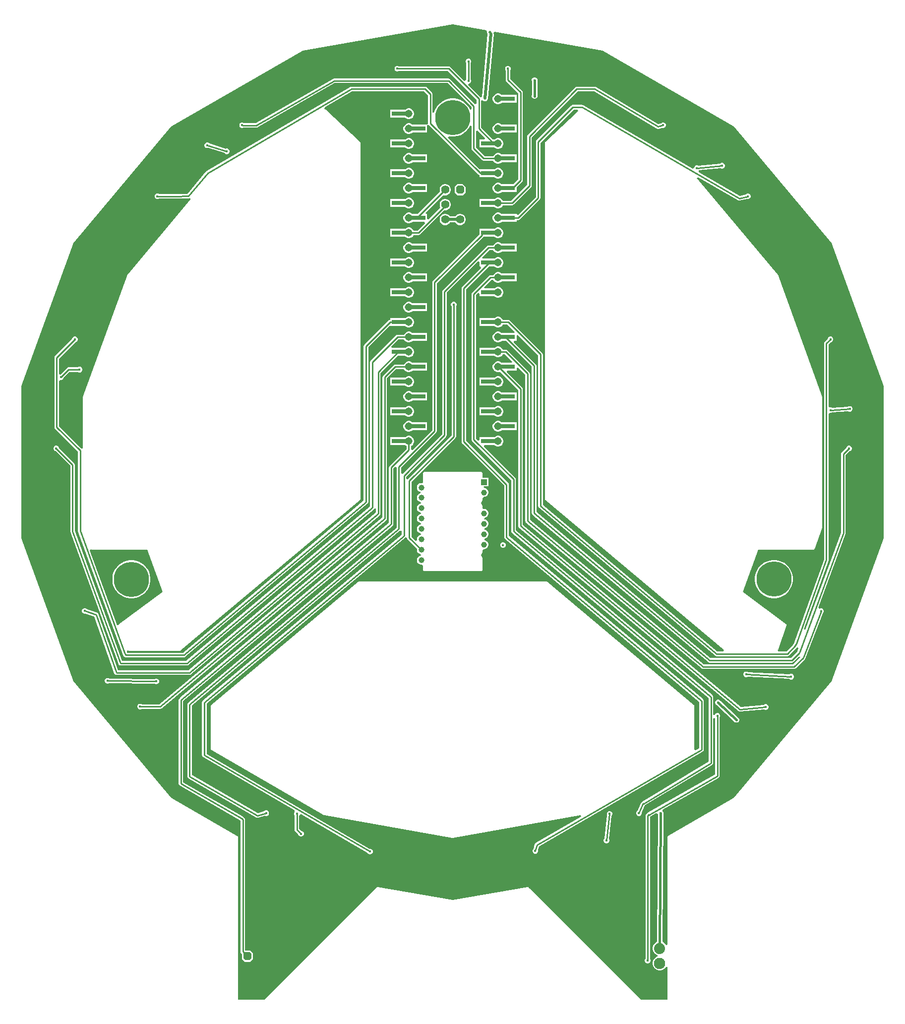
<source format=gbr>
G04*
G04 #@! TF.GenerationSoftware,Altium Limited,Altium Designer,25.4.2 (15)*
G04*
G04 Layer_Physical_Order=2*
G04 Layer_Color=16711680*
%FSLAX44Y44*%
%MOMM*%
G71*
G04*
G04 #@! TF.SameCoordinates,EEABE1AA-3A69-4D6F-ADE4-9D398D027295*
G04*
G04*
G04 #@! TF.FilePolarity,Positive*
G04*
G01*
G75*
%ADD14C,0.2540*%
%ADD260C,0.4000*%
%ADD261C,0.5000*%
%ADD263C,1.3080*%
%ADD264C,1.3980*%
G04:AMPARAMS|DCode=265|XSize=1.398mm|YSize=1.398mm|CornerRadius=0mm|HoleSize=0mm|Usage=FLASHONLY|Rotation=90.000|XOffset=0mm|YOffset=0mm|HoleType=Round|Shape=Octagon|*
%AMOCTAGOND265*
4,1,8,0.3495,0.6990,-0.3495,0.6990,-0.6990,0.3495,-0.6990,-0.3495,-0.3495,-0.6990,0.3495,-0.6990,0.6990,-0.3495,0.6990,0.3495,0.3495,0.6990,0.0*
%
%ADD265OCTAGOND265*%

%ADD266R,1.0000X1.0000*%
%ADD267C,1.0000*%
%ADD268C,1.9304*%
%ADD269C,1.8796*%
%ADD270C,0.5000*%
%ADD271C,0.4500*%
%ADD272C,6.0000*%
%ADD273R,2.4000X0.8000*%
G36*
X1157763Y1837185D02*
X1158960Y1835002D01*
Y1832997D01*
X1159727Y1831145D01*
X1159843Y1831030D01*
X1150083Y1723669D01*
X1147472Y1723004D01*
X1147437Y1723057D01*
X1126824Y1743670D01*
X1127876Y1746210D01*
X1127953D01*
X1129713Y1746939D01*
X1131061Y1748287D01*
X1131790Y1750047D01*
Y1751953D01*
X1131061Y1753713D01*
X1130885Y1753889D01*
Y1781111D01*
X1131061Y1781287D01*
X1131790Y1783047D01*
Y1784953D01*
X1131061Y1786713D01*
X1129713Y1788061D01*
X1127953Y1788790D01*
X1126047D01*
X1124287Y1788061D01*
X1122939Y1786713D01*
X1122210Y1784953D01*
Y1783047D01*
X1122939Y1781287D01*
X1123115Y1781111D01*
Y1753889D01*
X1122939Y1753713D01*
X1122210Y1751953D01*
Y1751876D01*
X1119670Y1750824D01*
X1096098Y1774396D01*
X1094838Y1775238D01*
X1093351Y1775533D01*
X1008495D01*
X1008319Y1775710D01*
X1006559Y1776439D01*
X1004653D01*
X1002893Y1775710D01*
X1001545Y1774362D01*
X1000816Y1772602D01*
Y1770696D01*
X1001545Y1768936D01*
X1002893Y1767588D01*
X1004653Y1766859D01*
X1006559D01*
X1008319Y1767588D01*
X1008495Y1767764D01*
X1091742D01*
X1140805Y1718701D01*
Y1712194D01*
X1140151Y1711734D01*
X1138265Y1711228D01*
X1095747Y1753747D01*
X1094487Y1754589D01*
X1093000Y1754885D01*
X897747D01*
X897504Y1754836D01*
X897256Y1754854D01*
X896767Y1754690D01*
X896260Y1754589D01*
X896054Y1754451D01*
X895819Y1754373D01*
X763761Y1678885D01*
X743657D01*
X743293Y1679249D01*
X741532Y1679978D01*
X739627D01*
X737866Y1679249D01*
X736519Y1677901D01*
X735790Y1676141D01*
Y1674235D01*
X736519Y1672475D01*
X737866Y1671127D01*
X739627Y1670398D01*
X741532D01*
X743265Y1671115D01*
X764118D01*
X764118Y1671115D01*
X764119Y1671115D01*
X764793Y1671115D01*
X765036Y1671164D01*
X765283Y1671146D01*
X765773Y1671310D01*
X766280Y1671411D01*
X766486Y1671549D01*
X766721Y1671627D01*
X767307Y1671962D01*
X767307Y1671962D01*
X767307Y1671962D01*
X898779Y1747115D01*
X1091391D01*
X1132115Y1706391D01*
Y1702490D01*
X1129575Y1701881D01*
X1127831Y1705305D01*
X1124820Y1709448D01*
X1121198Y1713070D01*
X1117055Y1716081D01*
X1112491Y1718406D01*
X1107620Y1719989D01*
X1102561Y1720790D01*
X1097439D01*
X1092380Y1719989D01*
X1087509Y1718406D01*
X1082945Y1716081D01*
X1078802Y1713070D01*
X1075180Y1709448D01*
X1072169Y1705305D01*
X1069844Y1700741D01*
X1068425Y1696373D01*
X1065885Y1696775D01*
Y1728000D01*
X1065589Y1729487D01*
X1064747Y1730747D01*
X1055747Y1739747D01*
X1054487Y1740589D01*
X1053000Y1740885D01*
X927564D01*
X927301Y1740832D01*
X927034Y1740848D01*
X926565Y1740686D01*
X926078Y1740589D01*
X925855Y1740440D01*
X925602Y1740352D01*
X679664Y1596366D01*
X679174Y1595931D01*
X678662Y1595523D01*
X646966Y1558065D01*
X625969Y1557721D01*
X598849D01*
X598673Y1557897D01*
X596913Y1558626D01*
X595007D01*
X593247Y1557897D01*
X591899Y1556550D01*
X591170Y1554789D01*
Y1552883D01*
X591899Y1551123D01*
X593247Y1549775D01*
X595007Y1549046D01*
X596913D01*
X598673Y1549775D01*
X598849Y1549951D01*
X626000D01*
X626032Y1549958D01*
X626064Y1549952D01*
X648856Y1550325D01*
X648985Y1550353D01*
X649115Y1550338D01*
X649721Y1550512D01*
X650338Y1550645D01*
X650446Y1550720D01*
X650572Y1550756D01*
X651066Y1551149D01*
X651584Y1551508D01*
X652027Y1548092D01*
X545229Y1420816D01*
X545013Y1420422D01*
X544780Y1420037D01*
X468961Y1211726D01*
X468892Y1211281D01*
X468804Y1210840D01*
Y1124194D01*
X468154Y1123737D01*
X466264Y1123229D01*
X427885Y1161609D01*
Y1238356D01*
X430047Y1240210D01*
X431953D01*
X433713Y1240939D01*
X435061Y1242287D01*
X435790Y1244047D01*
Y1244296D01*
X445609Y1254115D01*
X460111D01*
X460287Y1253939D01*
X462047Y1253210D01*
X463953D01*
X465713Y1253939D01*
X467061Y1255287D01*
X467790Y1257047D01*
Y1258953D01*
X467061Y1260713D01*
X465713Y1262061D01*
X463953Y1262790D01*
X462047D01*
X460287Y1262061D01*
X460111Y1261885D01*
X444000D01*
X442513Y1261589D01*
X441253Y1260747D01*
X430425Y1249918D01*
X429850Y1249959D01*
X427885Y1251644D01*
Y1277036D01*
X455650Y1304801D01*
X455899D01*
X457659Y1305530D01*
X459007Y1306877D01*
X459736Y1308638D01*
Y1310544D01*
X459007Y1312304D01*
X457659Y1313651D01*
X455899Y1314381D01*
X453993D01*
X452233Y1313651D01*
X450885Y1312304D01*
X450156Y1310544D01*
Y1310294D01*
X421253Y1281392D01*
X420411Y1280131D01*
X420115Y1278645D01*
Y1160000D01*
X420411Y1158513D01*
X421253Y1157253D01*
X460115Y1118391D01*
Y983323D01*
X460247Y982662D01*
X460350Y981995D01*
X537021Y771343D01*
X537065Y771269D01*
X537082Y771185D01*
X537457Y770624D01*
X537807Y770047D01*
X537876Y769996D01*
X537924Y769924D01*
X539595Y768253D01*
X540224Y767834D01*
X540856Y767411D01*
X540856Y767411D01*
X542342Y767115D01*
X543058Y767115D01*
X639883D01*
X639883Y767115D01*
X640808D01*
X641389Y767231D01*
X641978Y767296D01*
X642127Y767378D01*
X642294Y767411D01*
X642787Y767740D01*
X643306Y768026D01*
X644015Y768621D01*
X644015Y768621D01*
X954472Y1029396D01*
X954578Y1029529D01*
X954720Y1029623D01*
X955049Y1030116D01*
X955420Y1030578D01*
X955467Y1030742D01*
X955562Y1030884D01*
X955677Y1031465D01*
X955843Y1032034D01*
X955824Y1032203D01*
X955858Y1032370D01*
Y1296364D01*
X992536Y1333043D01*
X993460Y1332660D01*
Y1332660D01*
X1018699D01*
X1019425Y1331934D01*
X1021495Y1330739D01*
X1023805Y1330120D01*
X1026195D01*
X1028505Y1330739D01*
X1030575Y1331934D01*
X1032266Y1333625D01*
X1033461Y1335695D01*
X1034080Y1338005D01*
Y1340395D01*
X1033461Y1342705D01*
X1032266Y1344775D01*
X1030575Y1346466D01*
X1028505Y1347661D01*
X1026195Y1348280D01*
X1023805D01*
X1021495Y1347661D01*
X1019425Y1346466D01*
X1018699Y1345740D01*
X993460D01*
Y1343085D01*
X993200D01*
X991713Y1342789D01*
X990453Y1341947D01*
X949226Y1300720D01*
X948384Y1299460D01*
X948088Y1297973D01*
Y1034181D01*
X639393Y774885D01*
X543999D01*
X543511Y776228D01*
X545176Y779078D01*
X545304Y779099D01*
X545350Y779065D01*
X545382Y779017D01*
X545756Y778767D01*
X546119Y778501D01*
X546175Y778488D01*
X546222Y778456D01*
X546664Y778368D01*
X547100Y778261D01*
X547157Y778270D01*
X547213Y778259D01*
X634085D01*
X634472Y778336D01*
X634864Y778379D01*
X634964Y778434D01*
X635076Y778456D01*
X635404Y778675D01*
X635750Y778865D01*
X941665Y1035558D01*
X941736Y1035647D01*
X941831Y1035710D01*
X942050Y1036038D01*
X942297Y1036346D01*
X942329Y1036455D01*
X942393Y1036550D01*
X942470Y1036937D01*
X942580Y1037316D01*
X942568Y1037429D01*
X942590Y1037542D01*
Y1645040D01*
X942582Y1645080D01*
X942589Y1645121D01*
X942483Y1645574D01*
X942393Y1646031D01*
X942370Y1646065D01*
X942360Y1646105D01*
X942090Y1646484D01*
X941831Y1646871D01*
X941797Y1646894D01*
X941773Y1646927D01*
X883460Y1701696D01*
X883350Y1701765D01*
X883264Y1701863D01*
X882924Y1702031D01*
X882603Y1702231D01*
X882475Y1702253D01*
X882358Y1702310D01*
X881980Y1702335D01*
X881606Y1702397D01*
X881479Y1702368D01*
X881349Y1702376D01*
X881283Y1702459D01*
X881894Y1705760D01*
X928618Y1733115D01*
X1051391D01*
X1058115Y1726391D01*
Y1678435D01*
X1058247Y1677773D01*
X1056306Y1675980D01*
X1056219Y1675940D01*
X1054316Y1675940D01*
X1031301D01*
X1030575Y1676666D01*
X1028505Y1677861D01*
X1026195Y1678480D01*
X1023805D01*
X1021495Y1677861D01*
X1019425Y1676666D01*
X1017734Y1674975D01*
X1016539Y1672905D01*
X1015920Y1670595D01*
Y1668205D01*
X1016539Y1665895D01*
X1017734Y1663825D01*
X1019425Y1662134D01*
X1021495Y1660939D01*
X1023805Y1660320D01*
X1026195D01*
X1028505Y1660939D01*
X1030575Y1662134D01*
X1031301Y1662860D01*
X1056540D01*
Y1673533D01*
X1056540Y1673565D01*
X1056540Y1673565D01*
X1056540Y1675177D01*
X1058856Y1675894D01*
X1059253Y1675688D01*
X1059484Y1675458D01*
X1144489Y1590453D01*
X1145749Y1589611D01*
X1145960Y1589569D01*
Y1586660D01*
X1171099D01*
X1171825Y1585934D01*
X1173895Y1584739D01*
X1176205Y1584120D01*
X1178595D01*
X1180905Y1584739D01*
X1182975Y1585934D01*
X1184666Y1587625D01*
X1185861Y1589695D01*
X1186480Y1592005D01*
Y1594395D01*
X1185861Y1596705D01*
X1184666Y1598775D01*
X1182975Y1600466D01*
X1180905Y1601661D01*
X1178595Y1602280D01*
X1176205D01*
X1173895Y1601661D01*
X1171825Y1600466D01*
X1171099Y1599740D01*
X1146189D01*
X1091838Y1654091D01*
X1093129Y1656393D01*
X1097439Y1655710D01*
X1102561D01*
X1107620Y1656511D01*
X1112491Y1658094D01*
X1117055Y1660419D01*
X1121198Y1663430D01*
X1124820Y1667052D01*
X1127831Y1671195D01*
X1129575Y1674619D01*
X1132115Y1674010D01*
Y1635488D01*
X1132411Y1634001D01*
X1133253Y1632741D01*
X1150141Y1615853D01*
X1151401Y1615011D01*
X1152888Y1614715D01*
X1169158D01*
X1170134Y1613025D01*
X1171825Y1611334D01*
X1173895Y1610139D01*
X1176205Y1609520D01*
X1178595D01*
X1180905Y1610139D01*
X1182975Y1611334D01*
X1183701Y1612060D01*
X1209040D01*
Y1625140D01*
X1183701D01*
X1182975Y1625866D01*
X1180905Y1627061D01*
X1178595Y1627680D01*
X1176205D01*
X1173895Y1627061D01*
X1171825Y1625866D01*
X1170134Y1624175D01*
X1169158Y1622485D01*
X1154497D01*
X1139885Y1637097D01*
Y1665116D01*
X1140539Y1665576D01*
X1142425Y1666082D01*
X1155620Y1652887D01*
X1154648Y1650540D01*
X1145960D01*
Y1637460D01*
X1171099D01*
X1171825Y1636734D01*
X1173895Y1635539D01*
X1176205Y1634920D01*
X1178595D01*
X1180905Y1635539D01*
X1182975Y1636734D01*
X1184666Y1638425D01*
X1185861Y1640495D01*
X1186480Y1642805D01*
Y1645195D01*
X1185861Y1647505D01*
X1184666Y1649575D01*
X1182975Y1651266D01*
X1180905Y1652461D01*
X1178595Y1653080D01*
X1176205D01*
X1173895Y1652461D01*
X1171825Y1651266D01*
X1171099Y1650540D01*
X1168954D01*
X1148575Y1670919D01*
Y1716979D01*
X1149465Y1717461D01*
X1151115Y1717660D01*
X1151625Y1717248D01*
X1152145Y1716727D01*
X1152399Y1716622D01*
X1152612Y1716450D01*
X1153317Y1716242D01*
X1153997Y1715960D01*
X1154272D01*
X1154535Y1715882D01*
X1155266Y1715960D01*
X1156003D01*
X1156256Y1716065D01*
X1156529Y1716094D01*
X1157175Y1716446D01*
X1157855Y1716727D01*
X1158049Y1716921D01*
X1158290Y1717052D01*
X1158752Y1717625D01*
X1159273Y1718145D01*
X1159378Y1718398D01*
X1159550Y1718612D01*
X1159758Y1719317D01*
X1160040Y1719998D01*
Y1720272D01*
X1160118Y1720535D01*
X1170118Y1830535D01*
X1169906Y1832529D01*
X1171591Y1834747D01*
X1355616Y1802298D01*
X1580401Y1672519D01*
X1747242Y1473685D01*
X1836016Y1229780D01*
Y970220D01*
X1747242Y726315D01*
X1580401Y527481D01*
X1468008Y462591D01*
X1467753Y462368D01*
X1467472Y462180D01*
X1467377Y462038D01*
X1467248Y461925D01*
X1467099Y461621D01*
X1466910Y461340D01*
X1466877Y461172D01*
X1466801Y461019D01*
X1466779Y460681D01*
X1466713Y460349D01*
Y276609D01*
X1464173Y275928D01*
X1463133Y277730D01*
X1460910Y279953D01*
X1458277Y281473D01*
X1459621Y499638D01*
X1459790Y500047D01*
Y501953D01*
X1459061Y503713D01*
X1458341Y504433D01*
X1458330Y506854D01*
X1458541Y507467D01*
X1553918Y561622D01*
X1554313Y561963D01*
X1554747Y562253D01*
X1554881Y562455D01*
X1555065Y562613D01*
X1555299Y563079D01*
X1555589Y563513D01*
X1555636Y563751D01*
X1555745Y563968D01*
X1555783Y564488D01*
X1555885Y565000D01*
Y664111D01*
X1556061Y664287D01*
X1556790Y666047D01*
Y667953D01*
X1556061Y669713D01*
X1554713Y671061D01*
X1552953Y671790D01*
X1551047D01*
X1549287Y671061D01*
X1547939Y669713D01*
X1547425Y668471D01*
X1544885Y668976D01*
Y699395D01*
X1544851Y699564D01*
X1544870Y699735D01*
X1544704Y700302D01*
X1544589Y700882D01*
X1544493Y701025D01*
X1544445Y701190D01*
X1544075Y701651D01*
X1543747Y702142D01*
X1543604Y702237D01*
X1543496Y702372D01*
X1207885Y983801D01*
Y1071000D01*
X1207589Y1072487D01*
X1206747Y1073747D01*
X1153380Y1127113D01*
X1154352Y1129460D01*
X1171099D01*
X1171825Y1128734D01*
X1173895Y1127539D01*
X1176205Y1126920D01*
X1178595D01*
X1180905Y1127539D01*
X1182975Y1128734D01*
X1184666Y1130425D01*
X1185861Y1132495D01*
X1186480Y1134805D01*
Y1137195D01*
X1185861Y1139505D01*
X1184666Y1141575D01*
X1182975Y1143266D01*
X1180905Y1144461D01*
X1178595Y1145080D01*
X1176205D01*
X1173895Y1144461D01*
X1171825Y1143266D01*
X1171099Y1142540D01*
X1145960D01*
Y1137852D01*
X1143613Y1136880D01*
X1139885Y1140609D01*
Y1385279D01*
X1143613Y1389008D01*
X1145960Y1388036D01*
Y1383460D01*
X1171099D01*
X1171825Y1382734D01*
X1173895Y1381539D01*
X1176205Y1380920D01*
X1178595D01*
X1180905Y1381539D01*
X1182975Y1382734D01*
X1184666Y1384425D01*
X1185861Y1386495D01*
X1186480Y1388805D01*
Y1391195D01*
X1185861Y1393505D01*
X1184666Y1395575D01*
X1182975Y1397266D01*
X1180905Y1398461D01*
X1178595Y1399080D01*
X1176205D01*
X1173895Y1398461D01*
X1171825Y1397266D01*
X1171099Y1396540D01*
X1154464D01*
X1153492Y1398887D01*
X1166121Y1411515D01*
X1169158D01*
X1170134Y1409825D01*
X1171825Y1408134D01*
X1173895Y1406939D01*
X1176205Y1406320D01*
X1178595D01*
X1180905Y1406939D01*
X1182975Y1408134D01*
X1183701Y1408860D01*
X1209040D01*
Y1421940D01*
X1183701D01*
X1182975Y1422666D01*
X1180905Y1423861D01*
X1178595Y1424480D01*
X1176205D01*
X1173895Y1423861D01*
X1171825Y1422666D01*
X1170134Y1420975D01*
X1169158Y1419285D01*
X1164512D01*
X1163025Y1418989D01*
X1161765Y1418147D01*
X1133253Y1389635D01*
X1132411Y1388375D01*
X1132115Y1386888D01*
Y1139000D01*
X1132411Y1137513D01*
X1133253Y1136253D01*
X1200115Y1069391D01*
Y981989D01*
X1200149Y981821D01*
X1200130Y981649D01*
X1200296Y981082D01*
X1200411Y980503D01*
X1200507Y980360D01*
X1200555Y980194D01*
X1200925Y979734D01*
X1201253Y979242D01*
X1201396Y979147D01*
X1201504Y979013D01*
X1537115Y697583D01*
Y589193D01*
X1423749Y520782D01*
X1423414Y520477D01*
X1422490Y519860D01*
X1421087Y517759D01*
X1421047Y517560D01*
X1420049Y515278D01*
X1415603Y505191D01*
X1415287Y505061D01*
X1413939Y503713D01*
X1413210Y501953D01*
Y500047D01*
X1413939Y498287D01*
X1415287Y496939D01*
X1417047Y496210D01*
X1418953D01*
X1420713Y496939D01*
X1422061Y498287D01*
X1422790Y500047D01*
Y501953D01*
X1422730Y502098D01*
X1428055Y514178D01*
X1428138Y514212D01*
X1428217Y514404D01*
X1543007Y583674D01*
X1543355Y583991D01*
X1543747Y584253D01*
X1543910Y584497D01*
X1544127Y584695D01*
X1544327Y585122D01*
X1544589Y585513D01*
X1544646Y585802D01*
X1544771Y586067D01*
X1544793Y586538D01*
X1544885Y587000D01*
Y662822D01*
X1547425Y663866D01*
X1548115Y663168D01*
Y567262D01*
X1432978Y501887D01*
X1432381Y501548D01*
X1430975Y500539D01*
X1431010Y500504D01*
X1430253Y499747D01*
X1429411Y498487D01*
X1429115Y497000D01*
Y252639D01*
X1428939Y252463D01*
X1428210Y250703D01*
Y248797D01*
X1428939Y247037D01*
X1430287Y245689D01*
X1432047Y244960D01*
X1433953D01*
X1435713Y245689D01*
X1437061Y247037D01*
X1437790Y248797D01*
Y250703D01*
X1437061Y252463D01*
X1436885Y252639D01*
Y495171D01*
X1447670Y501295D01*
X1450111Y500096D01*
X1450288Y499860D01*
X1450363Y499678D01*
X1449019Y281537D01*
X1448972Y281525D01*
X1446250Y279953D01*
X1444027Y277730D01*
X1442455Y275008D01*
X1441642Y271972D01*
Y268828D01*
X1442455Y265792D01*
X1444027Y263070D01*
X1446250Y260847D01*
X1448972Y259275D01*
X1449454Y259146D01*
Y256517D01*
X1448874Y256361D01*
X1446094Y254756D01*
X1443824Y252486D01*
X1442219Y249706D01*
X1441388Y246605D01*
Y243395D01*
X1442219Y240294D01*
X1443824Y237514D01*
X1446094Y235244D01*
X1448874Y233639D01*
X1451975Y232808D01*
X1455185D01*
X1458286Y233639D01*
X1461066Y235244D01*
X1463336Y237514D01*
X1464173Y238964D01*
X1466713Y238284D01*
Y182938D01*
X1421597D01*
X1230089Y374446D01*
X1229900Y374573D01*
X1229743Y374737D01*
X1229484Y374851D01*
X1229249Y375008D01*
X1229026Y375052D01*
X1228818Y375144D01*
X1228535Y375150D01*
X1228258Y375205D01*
X1228035Y375161D01*
X1227808Y375166D01*
X1100000Y352630D01*
X972192Y375166D01*
X971965Y375161D01*
X971742Y375205D01*
X971465Y375150D01*
X971182Y375144D01*
X970974Y375052D01*
X970751Y375008D01*
X970516Y374851D01*
X970257Y374737D01*
X970100Y374573D01*
X969911Y374446D01*
X778403Y182938D01*
X733287D01*
Y460349D01*
X733221Y460681D01*
X733198Y461019D01*
X733123Y461172D01*
X733090Y461340D01*
X732901Y461621D01*
X732752Y461925D01*
X732623Y462038D01*
X732528Y462180D01*
X732247Y462368D01*
X731992Y462591D01*
X619600Y527481D01*
X452758Y726315D01*
X363984Y970220D01*
Y1229780D01*
X452758Y1473685D01*
X619600Y1672519D01*
X844384Y1802298D01*
X1100000Y1847370D01*
X1157763Y1837185D01*
D02*
G37*
G36*
X482556Y951590D02*
X482588Y951542D01*
X482962Y951292D01*
X483325Y951027D01*
X483381Y951013D01*
X483428Y950981D01*
X483870Y950893D01*
X484306Y950786D01*
X484363Y950795D01*
X484419Y950784D01*
X578382D01*
X604466Y879118D01*
X530749Y823889D01*
X530663Y823793D01*
X530552Y823726D01*
X530328Y823420D01*
X530074Y823137D01*
X530031Y823015D01*
X529955Y822911D01*
X529865Y822542D01*
X529739Y822184D01*
X527578Y821719D01*
X527239Y821686D01*
X526941Y821751D01*
X480717Y948753D01*
X482382Y951603D01*
X482510Y951624D01*
X482556Y951590D01*
D02*
G37*
%LPC*%
G36*
X1240953Y1756790D02*
X1239047D01*
X1237287Y1756061D01*
X1235939Y1754713D01*
X1235210Y1752953D01*
Y1751047D01*
X1235371Y1750658D01*
Y1726282D01*
X1235210Y1725893D01*
Y1723987D01*
X1235939Y1722227D01*
X1237287Y1720879D01*
X1239047Y1720150D01*
X1240953D01*
X1242713Y1720879D01*
X1244061Y1722227D01*
X1244790Y1723987D01*
Y1725893D01*
X1244629Y1726282D01*
Y1750658D01*
X1244790Y1751047D01*
Y1752953D01*
X1244061Y1754713D01*
X1242713Y1756061D01*
X1240953Y1756790D01*
D02*
G37*
G36*
X1178595Y1729280D02*
X1176205D01*
X1173895Y1728661D01*
X1171825Y1727466D01*
X1170134Y1725775D01*
X1168939Y1723705D01*
X1168320Y1721395D01*
Y1719005D01*
X1168939Y1716695D01*
X1170134Y1714625D01*
X1171825Y1712934D01*
X1173895Y1711739D01*
X1176205Y1711120D01*
X1178595D01*
X1180905Y1711739D01*
X1182975Y1712934D01*
X1183701Y1713660D01*
X1209040D01*
Y1726740D01*
X1183701D01*
X1182975Y1727466D01*
X1180905Y1728661D01*
X1178595Y1729280D01*
D02*
G37*
G36*
X1026195Y1703880D02*
X1023805D01*
X1021495Y1703261D01*
X1019425Y1702066D01*
X1018699Y1701340D01*
X993460D01*
Y1688260D01*
X1018699D01*
X1019425Y1687534D01*
X1021495Y1686339D01*
X1023805Y1685720D01*
X1026195D01*
X1028505Y1686339D01*
X1030575Y1687534D01*
X1032266Y1689225D01*
X1033461Y1691295D01*
X1034080Y1693605D01*
Y1695995D01*
X1033461Y1698305D01*
X1032266Y1700375D01*
X1030575Y1702066D01*
X1028505Y1703261D01*
X1026195Y1703880D01*
D02*
G37*
G36*
X1342267Y1740885D02*
X1312000D01*
X1310513Y1740589D01*
X1309253Y1739747D01*
X1228253Y1658747D01*
X1227411Y1657487D01*
X1227115Y1656000D01*
Y1573609D01*
X1199791Y1546285D01*
X1185642D01*
X1184666Y1547975D01*
X1182975Y1549666D01*
X1180905Y1550861D01*
X1178595Y1551480D01*
X1176205D01*
X1173895Y1550861D01*
X1171825Y1549666D01*
X1171099Y1548940D01*
X1145960D01*
Y1535860D01*
X1171099D01*
X1171825Y1535134D01*
X1173895Y1533939D01*
X1176205Y1533320D01*
X1178595D01*
X1180905Y1533939D01*
X1182975Y1535134D01*
X1184666Y1536825D01*
X1185642Y1538515D01*
X1201400D01*
X1202887Y1538811D01*
X1204147Y1539653D01*
X1233747Y1569253D01*
X1234589Y1570513D01*
X1234885Y1572000D01*
Y1654391D01*
X1313609Y1733115D01*
X1341203D01*
X1448449Y1669549D01*
X1449879Y1669046D01*
X1451392Y1669128D01*
X1457664Y1670731D01*
X1458465Y1670399D01*
X1460370D01*
X1462131Y1671129D01*
X1463478Y1672476D01*
X1464208Y1674237D01*
Y1676142D01*
X1463478Y1677903D01*
X1462131Y1679250D01*
X1460370Y1679980D01*
X1458465D01*
X1456704Y1679250D01*
X1455703Y1678249D01*
X1451026Y1677053D01*
X1344248Y1740342D01*
X1343986Y1740434D01*
X1343754Y1740589D01*
X1343277Y1740684D01*
X1342819Y1740845D01*
X1342541Y1740830D01*
X1342267Y1740885D01*
D02*
G37*
G36*
X1178595Y1678480D02*
X1176205D01*
X1173895Y1677861D01*
X1171825Y1676666D01*
X1170134Y1674975D01*
X1168939Y1672905D01*
X1168320Y1670595D01*
Y1668205D01*
X1168939Y1665895D01*
X1170134Y1663825D01*
X1171825Y1662134D01*
X1173895Y1660939D01*
X1176205Y1660320D01*
X1178595D01*
X1180905Y1660939D01*
X1182975Y1662134D01*
X1183701Y1662860D01*
X1209040D01*
Y1675940D01*
X1183701D01*
X1182975Y1676666D01*
X1180905Y1677861D01*
X1178595Y1678480D01*
D02*
G37*
G36*
X1026195Y1653080D02*
X1023805D01*
X1021495Y1652461D01*
X1019425Y1651266D01*
X1018699Y1650540D01*
X993460D01*
Y1637460D01*
X1018699D01*
X1019425Y1636734D01*
X1021495Y1635539D01*
X1023805Y1634920D01*
X1026195D01*
X1028505Y1635539D01*
X1030575Y1636734D01*
X1032266Y1638425D01*
X1033461Y1640495D01*
X1034080Y1642805D01*
Y1645195D01*
X1033461Y1647505D01*
X1032266Y1649575D01*
X1030575Y1651266D01*
X1028505Y1652461D01*
X1026195Y1653080D01*
D02*
G37*
G36*
X681953Y1645790D02*
X680047D01*
X678287Y1645061D01*
X676939Y1643713D01*
X676210Y1641953D01*
Y1640047D01*
X676939Y1638287D01*
X678287Y1636939D01*
X680047Y1636210D01*
X681953D01*
X682546Y1636456D01*
X710342Y1627860D01*
X711549Y1626653D01*
X713310Y1625924D01*
X715215D01*
X716976Y1626653D01*
X718323Y1628000D01*
X719053Y1629761D01*
Y1631667D01*
X718323Y1633427D01*
X716976Y1634774D01*
X715215Y1635504D01*
X713310D01*
X712717Y1635258D01*
X684920Y1643854D01*
X683713Y1645061D01*
X681953Y1645790D01*
D02*
G37*
G36*
X1026195Y1627680D02*
X1023805D01*
X1021495Y1627061D01*
X1019425Y1625866D01*
X1017734Y1624175D01*
X1016539Y1622105D01*
X1015920Y1619795D01*
Y1617405D01*
X1016539Y1615095D01*
X1017734Y1613025D01*
X1019425Y1611334D01*
X1021495Y1610139D01*
X1023805Y1609520D01*
X1026195D01*
X1028505Y1610139D01*
X1030575Y1611334D01*
X1031301Y1612060D01*
X1056540D01*
Y1625140D01*
X1031301D01*
X1030575Y1625866D01*
X1028505Y1627061D01*
X1026195Y1627680D01*
D02*
G37*
G36*
X1320772Y1709885D02*
X1305000D01*
X1303513Y1709589D01*
X1302253Y1708747D01*
X1243253Y1649747D01*
X1242411Y1648487D01*
X1242115Y1647000D01*
Y1552609D01*
X1211580Y1522074D01*
X1209040Y1523126D01*
Y1523540D01*
X1183701D01*
X1182975Y1524266D01*
X1180905Y1525461D01*
X1178595Y1526080D01*
X1176205D01*
X1173895Y1525461D01*
X1171825Y1524266D01*
X1170134Y1522575D01*
X1168939Y1520505D01*
X1168320Y1518195D01*
Y1515805D01*
X1168939Y1513495D01*
X1170134Y1511425D01*
X1171825Y1509734D01*
X1173895Y1508539D01*
X1176205Y1507920D01*
X1178595D01*
X1180905Y1508539D01*
X1182975Y1509734D01*
X1183701Y1510460D01*
X1209040D01*
Y1513115D01*
X1212000D01*
X1213487Y1513411D01*
X1214747Y1514253D01*
X1248747Y1548253D01*
X1249589Y1549513D01*
X1249885Y1551000D01*
Y1645391D01*
X1306609Y1702115D01*
X1313275D01*
X1314281Y1699575D01*
X1258227Y1646927D01*
X1258203Y1646894D01*
X1258169Y1646871D01*
X1257910Y1646484D01*
X1257640Y1646105D01*
X1257630Y1646065D01*
X1257607Y1646031D01*
X1257517Y1645574D01*
X1257411Y1645121D01*
X1257418Y1645080D01*
X1257410Y1645040D01*
Y1037542D01*
X1257433Y1037429D01*
X1257420Y1037316D01*
X1257531Y1036937D01*
X1257607Y1036550D01*
X1257671Y1036455D01*
X1257703Y1036346D01*
X1257950Y1036038D01*
X1258169Y1035710D01*
X1258264Y1035647D01*
X1258335Y1035558D01*
X1563583Y779425D01*
X1562726Y776885D01*
X1551797D01*
X1253885Y1026863D01*
Y1284000D01*
X1253589Y1285487D01*
X1252747Y1286747D01*
X1197547Y1341947D01*
X1196287Y1342789D01*
X1194800Y1343085D01*
X1185642D01*
X1184666Y1344775D01*
X1182975Y1346466D01*
X1180905Y1347661D01*
X1178595Y1348280D01*
X1176205D01*
X1173895Y1347661D01*
X1171825Y1346466D01*
X1171099Y1345740D01*
X1145960D01*
Y1332660D01*
X1171099D01*
X1171825Y1331934D01*
X1173895Y1330739D01*
X1176205Y1330120D01*
X1178595D01*
X1180905Y1330739D01*
X1182975Y1331934D01*
X1184666Y1333625D01*
X1185642Y1335315D01*
X1193191D01*
X1205820Y1322687D01*
X1204848Y1320340D01*
X1183701D01*
X1182975Y1321066D01*
X1180905Y1322261D01*
X1178595Y1322880D01*
X1176205D01*
X1173895Y1322261D01*
X1171825Y1321066D01*
X1170134Y1319375D01*
X1168939Y1317305D01*
X1168320Y1314995D01*
Y1312605D01*
X1168939Y1310295D01*
X1170134Y1308225D01*
X1171825Y1306534D01*
X1173895Y1305339D01*
X1176205Y1304720D01*
X1178595D01*
X1180905Y1305339D01*
X1182975Y1306534D01*
X1183701Y1307260D01*
X1191246D01*
X1235115Y1263391D01*
Y1014397D01*
X1235115Y1013359D01*
X1235263Y1012619D01*
X1235411Y1011872D01*
X1235411Y1011872D01*
X1235411Y1011872D01*
X1235796Y1011296D01*
X1236253Y1010612D01*
X1237160Y1009705D01*
X1237303Y1009609D01*
X1237410Y1009475D01*
X1535887Y759024D01*
X1536405Y758740D01*
X1536897Y758411D01*
X1537065Y758378D01*
X1537215Y758295D01*
X1537803Y758231D01*
X1538383Y758115D01*
X1679000D01*
X1680487Y758411D01*
X1681747Y759253D01*
X1691183Y768690D01*
X1693813Y767728D01*
X1693846Y767340D01*
X1681391Y754885D01*
X1528838D01*
X1231885Y1001396D01*
X1231885Y1239000D01*
Y1250888D01*
X1231589Y1252375D01*
X1230747Y1253635D01*
X1193235Y1291147D01*
X1191975Y1291989D01*
X1190488Y1292285D01*
X1185642D01*
X1184666Y1293975D01*
X1182975Y1295666D01*
X1180905Y1296861D01*
X1178595Y1297480D01*
X1176205D01*
X1173895Y1296861D01*
X1171825Y1295666D01*
X1171099Y1294940D01*
X1145960D01*
Y1281860D01*
X1171099D01*
X1171825Y1281134D01*
X1173895Y1279939D01*
X1176205Y1279320D01*
X1178595D01*
X1180905Y1279939D01*
X1182975Y1281134D01*
X1184666Y1282825D01*
X1185642Y1284515D01*
X1188879D01*
X1201508Y1271887D01*
X1200536Y1269540D01*
X1183701D01*
X1182975Y1270266D01*
X1180905Y1271461D01*
X1178595Y1272080D01*
X1176205D01*
X1173895Y1271461D01*
X1171825Y1270266D01*
X1170134Y1268575D01*
X1168939Y1266505D01*
X1168320Y1264195D01*
Y1261805D01*
X1168939Y1259495D01*
X1170134Y1257425D01*
X1171825Y1255734D01*
X1173895Y1254539D01*
X1176205Y1253920D01*
X1178595D01*
X1180905Y1254539D01*
X1180945Y1254562D01*
X1212115Y1223391D01*
Y992070D01*
X1212115Y991032D01*
X1212262Y990293D01*
X1212411Y989546D01*
X1212411Y989546D01*
X1212411Y989546D01*
X1212796Y988969D01*
X1213253Y988286D01*
X1214166Y987372D01*
X1214314Y987274D01*
X1214425Y987136D01*
X1588102Y675474D01*
X1589433Y674749D01*
X1590940Y674588D01*
X1631924Y678297D01*
X1633515Y677638D01*
X1635421D01*
X1637182Y678367D01*
X1638529Y679714D01*
X1639258Y681475D01*
Y683381D01*
X1638529Y685141D01*
X1637182Y686488D01*
X1635421Y687218D01*
X1633515D01*
X1631755Y686488D01*
X1631309Y686042D01*
X1591842Y682471D01*
X1219885Y992699D01*
Y1225000D01*
X1219589Y1226487D01*
X1218747Y1227747D01*
X1192380Y1254113D01*
X1193352Y1256460D01*
X1209040D01*
Y1261036D01*
X1211387Y1262008D01*
X1224115Y1249279D01*
Y1239050D01*
X1224115Y999580D01*
X1224145Y999431D01*
X1224123Y999221D01*
X1224316Y998573D01*
X1224411Y998093D01*
X1224496Y997966D01*
X1224555Y997768D01*
X1224972Y997254D01*
X1225253Y996833D01*
X1225385Y996745D01*
X1225510Y996591D01*
X1524954Y748011D01*
X1525466Y747734D01*
X1525949Y747411D01*
X1526127Y747376D01*
X1526287Y747289D01*
X1526865Y747229D01*
X1527436Y747115D01*
X1683000D01*
X1684487Y747411D01*
X1685747Y748253D01*
X1701247Y763753D01*
X1701277Y763798D01*
X1701322Y763830D01*
X1701697Y764427D01*
X1702089Y765013D01*
X1702100Y765067D01*
X1702128Y765113D01*
X1731449Y841810D01*
X1731576Y841862D01*
X1732923Y843210D01*
X1733652Y844970D01*
Y846876D01*
X1732923Y848636D01*
X1731576Y849984D01*
X1729815Y850713D01*
X1727910D01*
X1726374Y850077D01*
X1725602Y850477D01*
X1724260Y851687D01*
X1770646Y977761D01*
X1770752Y978434D01*
X1770885Y979102D01*
Y1112189D01*
X1777541Y1118846D01*
X1777790D01*
X1779551Y1119575D01*
X1780898Y1120922D01*
X1781627Y1122683D01*
Y1124588D01*
X1780898Y1126349D01*
X1779551Y1127696D01*
X1777790Y1128426D01*
X1775885D01*
X1774124Y1127696D01*
X1772777Y1126349D01*
X1772047Y1124588D01*
Y1124339D01*
X1764253Y1116545D01*
X1763411Y1115285D01*
X1763115Y1113798D01*
Y979794D01*
X1702275Y814434D01*
X1699887Y815300D01*
X1741658Y932116D01*
X1741755Y932773D01*
X1741885Y933424D01*
Y1182356D01*
X1744047Y1184210D01*
X1745953D01*
X1747713Y1184939D01*
X1748068Y1185294D01*
X1775282Y1186944D01*
X1775287Y1186939D01*
X1777047Y1186210D01*
X1778953D01*
X1780713Y1186939D01*
X1782061Y1188287D01*
X1782790Y1190047D01*
Y1191953D01*
X1782061Y1193713D01*
X1780713Y1195061D01*
X1778953Y1195790D01*
X1777047D01*
X1775287Y1195061D01*
X1774932Y1194706D01*
X1747718Y1193056D01*
X1747713Y1193061D01*
X1745953Y1193790D01*
X1744047D01*
X1741885Y1195643D01*
Y1300928D01*
X1745758Y1304801D01*
X1746007D01*
X1747767Y1305530D01*
X1749115Y1306878D01*
X1749844Y1308638D01*
Y1310544D01*
X1749115Y1312304D01*
X1747767Y1313652D01*
X1746007Y1314381D01*
X1744101D01*
X1742341Y1313652D01*
X1740993Y1312304D01*
X1740264Y1310544D01*
Y1310295D01*
X1735253Y1305284D01*
X1734411Y1304023D01*
X1734115Y1302537D01*
Y934097D01*
X1682739Y790418D01*
X1682712Y790412D01*
X1682712D01*
X1682681Y790336D01*
X1681099Y788514D01*
X1669885Y776885D01*
X1655998D01*
X1655348Y777890D01*
X1654894Y779425D01*
X1654929Y779483D01*
X1655179Y779857D01*
X1655190Y779914D01*
X1655220Y779963D01*
X1670132Y820931D01*
X1670151Y821059D01*
X1670207Y821175D01*
X1670227Y821554D01*
X1670285Y821930D01*
X1670255Y822055D01*
X1670262Y822184D01*
X1670135Y822542D01*
X1670045Y822911D01*
X1669969Y823015D01*
X1669926Y823137D01*
X1669672Y823420D01*
X1669447Y823726D01*
X1669337Y823793D01*
X1669251Y823889D01*
X1595534Y879118D01*
X1621618Y950784D01*
X1715581D01*
X1715637Y950795D01*
X1715694Y950786D01*
X1716131Y950893D01*
X1716572Y950981D01*
X1716620Y951013D01*
X1716675Y951027D01*
X1717038Y951292D01*
X1717412Y951542D01*
X1717444Y951590D01*
X1717490Y951624D01*
X1717723Y952008D01*
X1717973Y952383D01*
X1717984Y952439D01*
X1718014Y952488D01*
X1731039Y988274D01*
X1731108Y988719D01*
X1731196Y989160D01*
Y1210840D01*
X1731108Y1211281D01*
X1731039Y1211726D01*
X1655220Y1420037D01*
X1654987Y1420422D01*
X1654771Y1420816D01*
X1516993Y1585013D01*
X1518651Y1586988D01*
X1587797Y1546970D01*
X1588479Y1546738D01*
X1589154Y1546492D01*
X1589194Y1546494D01*
X1589232Y1546481D01*
X1589950Y1546527D01*
X1590669Y1546559D01*
X1602241Y1549397D01*
X1603085Y1549048D01*
X1604991D01*
X1606751Y1549777D01*
X1608099Y1551124D01*
X1608828Y1552885D01*
Y1554790D01*
X1608099Y1556551D01*
X1606751Y1557899D01*
X1604991Y1558628D01*
X1603085D01*
X1601325Y1557899D01*
X1600362Y1556936D01*
X1590336Y1554477D01*
X1519875Y1595257D01*
X1519755Y1597252D01*
X1519932Y1598158D01*
X1520167Y1598393D01*
X1557470Y1601863D01*
X1559047Y1601210D01*
X1560953D01*
X1562713Y1601939D01*
X1564061Y1603287D01*
X1564790Y1605047D01*
Y1606953D01*
X1564061Y1608713D01*
X1562713Y1610061D01*
X1560953Y1610790D01*
X1559047D01*
X1557287Y1610061D01*
X1556833Y1609607D01*
X1519530Y1606137D01*
X1517953Y1606790D01*
X1516047D01*
X1514287Y1606061D01*
X1512939Y1604713D01*
X1512210Y1602953D01*
Y1602628D01*
X1509670Y1601163D01*
X1322718Y1709362D01*
X1322473Y1709445D01*
X1322259Y1709589D01*
X1321762Y1709688D01*
X1321283Y1709851D01*
X1321025Y1709834D01*
X1320772Y1709885D01*
D02*
G37*
G36*
X1026195Y1602280D02*
X1023805D01*
X1021495Y1601661D01*
X1019425Y1600466D01*
X1018699Y1599740D01*
X993460D01*
Y1586660D01*
X1018699D01*
X1019425Y1585934D01*
X1021495Y1584739D01*
X1023805Y1584120D01*
X1026195D01*
X1028505Y1584739D01*
X1030575Y1585934D01*
X1032266Y1587625D01*
X1033461Y1589695D01*
X1034080Y1592005D01*
Y1594395D01*
X1033461Y1596705D01*
X1032266Y1598775D01*
X1030575Y1600466D01*
X1028505Y1601661D01*
X1026195Y1602280D01*
D02*
G37*
G36*
X1195348Y1776437D02*
X1193442D01*
X1191682Y1775708D01*
X1190334Y1774361D01*
X1189605Y1772600D01*
Y1770695D01*
X1190334Y1768934D01*
X1190510Y1768758D01*
Y1752605D01*
X1190806Y1751118D01*
X1191648Y1749858D01*
X1212115Y1729391D01*
Y1582909D01*
X1203546Y1574340D01*
X1183701D01*
X1182975Y1575066D01*
X1180905Y1576261D01*
X1178595Y1576880D01*
X1176205D01*
X1173895Y1576261D01*
X1171825Y1575066D01*
X1170134Y1573375D01*
X1168939Y1571305D01*
X1168320Y1568995D01*
Y1566605D01*
X1168939Y1564295D01*
X1170134Y1562225D01*
X1171825Y1560534D01*
X1173895Y1559339D01*
X1176205Y1558720D01*
X1178595D01*
X1180905Y1559339D01*
X1182975Y1560534D01*
X1183701Y1561260D01*
X1209040D01*
Y1568846D01*
X1218747Y1578553D01*
X1219589Y1579813D01*
X1219885Y1581300D01*
Y1731000D01*
X1219589Y1732487D01*
X1218747Y1733747D01*
X1198279Y1754214D01*
Y1768758D01*
X1198456Y1768934D01*
X1199185Y1770695D01*
Y1772600D01*
X1198456Y1774361D01*
X1197108Y1775708D01*
X1195348Y1776437D01*
D02*
G37*
G36*
X1026195Y1576880D02*
X1023805D01*
X1021495Y1576261D01*
X1019425Y1575066D01*
X1017734Y1573375D01*
X1016539Y1571305D01*
X1015920Y1568995D01*
Y1566605D01*
X1016539Y1564295D01*
X1017734Y1562225D01*
X1019425Y1560534D01*
X1021495Y1559339D01*
X1023805Y1558720D01*
X1026195D01*
X1028505Y1559339D01*
X1030575Y1560534D01*
X1031301Y1561260D01*
X1056540D01*
Y1574340D01*
X1031301D01*
X1030575Y1575066D01*
X1028505Y1576261D01*
X1026195Y1576880D01*
D02*
G37*
G36*
X1117465Y1574680D02*
X1107935D01*
X1103170Y1569915D01*
Y1560385D01*
X1107935Y1555620D01*
X1117465D01*
X1122230Y1560385D01*
Y1569915D01*
X1117465Y1574680D01*
D02*
G37*
G36*
X1088555D02*
X1086045D01*
X1083622Y1574030D01*
X1081448Y1572776D01*
X1079674Y1571001D01*
X1078419Y1568828D01*
X1077770Y1566405D01*
Y1563895D01*
X1078358Y1561702D01*
X1040196Y1523540D01*
X1031301D01*
X1030575Y1524266D01*
X1028505Y1525461D01*
X1026195Y1526080D01*
X1023805D01*
X1021495Y1525461D01*
X1019425Y1524266D01*
X1017734Y1522575D01*
X1016539Y1520505D01*
X1015920Y1518195D01*
Y1515805D01*
X1016539Y1513495D01*
X1017734Y1511425D01*
X1019425Y1509734D01*
X1021495Y1508539D01*
X1023805Y1507920D01*
X1026195D01*
X1028505Y1508539D01*
X1030575Y1509734D01*
X1031301Y1510460D01*
X1051648D01*
X1052620Y1508113D01*
X1039991Y1495485D01*
X1033242D01*
X1032266Y1497175D01*
X1030575Y1498866D01*
X1028505Y1500061D01*
X1026195Y1500680D01*
X1023805D01*
X1021495Y1500061D01*
X1019425Y1498866D01*
X1018699Y1498140D01*
X993460D01*
Y1485060D01*
X1018699D01*
X1019425Y1484334D01*
X1021495Y1483139D01*
X1023805Y1482520D01*
X1026195D01*
X1028505Y1483139D01*
X1030575Y1484334D01*
X1032266Y1486025D01*
X1033242Y1487715D01*
X1041600D01*
X1043087Y1488011D01*
X1044347Y1488853D01*
X1085784Y1530290D01*
X1086045Y1530220D01*
X1088555D01*
X1090978Y1530869D01*
X1093152Y1532124D01*
X1094926Y1533898D01*
X1096180Y1536071D01*
X1096830Y1538495D01*
Y1541005D01*
X1096180Y1543428D01*
X1094926Y1545602D01*
X1093152Y1547376D01*
X1090978Y1548631D01*
X1088555Y1549280D01*
X1086045D01*
X1083622Y1548631D01*
X1081448Y1547376D01*
X1079674Y1545602D01*
X1078419Y1543428D01*
X1077770Y1541005D01*
Y1538495D01*
X1078419Y1536071D01*
X1079209Y1534703D01*
X1058887Y1514380D01*
X1056540Y1515352D01*
Y1523540D01*
X1054502D01*
X1053530Y1525887D01*
X1083851Y1556208D01*
X1086045Y1555620D01*
X1088555D01*
X1090978Y1556269D01*
X1093152Y1557524D01*
X1094926Y1559298D01*
X1096180Y1561472D01*
X1096830Y1563895D01*
Y1566405D01*
X1096180Y1568828D01*
X1094926Y1571001D01*
X1093152Y1572776D01*
X1090978Y1574030D01*
X1088555Y1574680D01*
D02*
G37*
G36*
X1026195Y1551480D02*
X1023805D01*
X1021495Y1550861D01*
X1019425Y1549666D01*
X1018699Y1548940D01*
X993460D01*
Y1535860D01*
X1018699D01*
X1019425Y1535134D01*
X1021495Y1533939D01*
X1023805Y1533320D01*
X1026195D01*
X1028505Y1533939D01*
X1030575Y1535134D01*
X1032266Y1536825D01*
X1033461Y1538895D01*
X1034080Y1541205D01*
Y1543595D01*
X1033461Y1545905D01*
X1032266Y1547975D01*
X1030575Y1549666D01*
X1028505Y1550861D01*
X1026195Y1551480D01*
D02*
G37*
G36*
X1113955Y1523880D02*
X1111445D01*
X1109022Y1523230D01*
X1106848Y1521976D01*
X1105074Y1520202D01*
X1104662Y1519489D01*
X1095338D01*
X1094926Y1520202D01*
X1093152Y1521976D01*
X1090978Y1523230D01*
X1088555Y1523880D01*
X1086045D01*
X1083622Y1523230D01*
X1081448Y1521976D01*
X1079674Y1520202D01*
X1078419Y1518028D01*
X1077770Y1515605D01*
Y1513095D01*
X1078419Y1510672D01*
X1079674Y1508498D01*
X1081448Y1506724D01*
X1083622Y1505469D01*
X1086045Y1504820D01*
X1088555D01*
X1090978Y1505469D01*
X1093152Y1506724D01*
X1094926Y1508498D01*
X1095338Y1509211D01*
X1104662D01*
X1105074Y1508498D01*
X1106848Y1506724D01*
X1109022Y1505469D01*
X1111445Y1504820D01*
X1113955D01*
X1116378Y1505469D01*
X1118552Y1506724D01*
X1120326Y1508498D01*
X1121581Y1510672D01*
X1122230Y1513095D01*
Y1515605D01*
X1121581Y1518028D01*
X1120326Y1520202D01*
X1118552Y1521976D01*
X1116378Y1523230D01*
X1113955Y1523880D01*
D02*
G37*
G36*
X1178595Y1500680D02*
X1176205D01*
X1173895Y1500061D01*
X1171825Y1498866D01*
X1171099Y1498140D01*
X1145960D01*
Y1489454D01*
X1066253Y1409747D01*
X1065411Y1408487D01*
X1065115Y1407000D01*
Y1154609D01*
X1031367Y1120861D01*
X1028885Y1121971D01*
Y1127758D01*
X1030575Y1128734D01*
X1032266Y1130425D01*
X1033461Y1132495D01*
X1034080Y1134805D01*
Y1137195D01*
X1033461Y1139505D01*
X1032266Y1141575D01*
X1030575Y1143266D01*
X1028505Y1144461D01*
X1026195Y1145080D01*
X1023805D01*
X1021495Y1144461D01*
X1019425Y1143266D01*
X1018699Y1142540D01*
X993460D01*
Y1129460D01*
X1018699D01*
X1019425Y1128734D01*
X1021115Y1127758D01*
Y1122609D01*
X992253Y1093747D01*
X991411Y1092487D01*
X991115Y1091000D01*
Y996580D01*
X634417Y698139D01*
X634308Y698003D01*
X634163Y697907D01*
X633253Y696997D01*
X632719Y696197D01*
X632411Y695736D01*
X632411Y695736D01*
X632411Y695736D01*
X632276Y695057D01*
X632115Y694250D01*
X632115Y693212D01*
Y552921D01*
X632115Y551995D01*
X632253Y551305D01*
X632411Y550508D01*
X632411Y550508D01*
X632411Y550508D01*
X632834Y549875D01*
X633253Y549248D01*
X634530Y547971D01*
X634958Y547685D01*
X635346Y547347D01*
X737818Y488627D01*
Y265047D01*
X738114Y263561D01*
X738956Y262300D01*
X740220Y261036D01*
Y252235D01*
X744985Y247470D01*
X754515D01*
X759280Y252235D01*
Y261765D01*
X754515Y266530D01*
X745714D01*
X745587Y266656D01*
Y489406D01*
X745587Y490333D01*
X745391Y491321D01*
X745292Y491819D01*
X745292Y491819D01*
X745292Y491819D01*
X744868Y492453D01*
X744450Y493080D01*
X743173Y494357D01*
X742745Y494643D01*
X742357Y494981D01*
X639885Y553701D01*
Y692583D01*
X997493Y991786D01*
X997602Y991921D01*
X997747Y992018D01*
X998074Y992508D01*
X998443Y992966D01*
X998492Y993134D01*
X998589Y993279D01*
X998704Y993856D01*
X998869Y994421D01*
X998851Y994594D01*
X998885Y994765D01*
Y1089391D01*
X1001633Y1092139D01*
X1004115Y1091030D01*
Y988149D01*
X648502Y689553D01*
X648395Y689419D01*
X648253Y689324D01*
X647924Y688832D01*
X647554Y688370D01*
X647506Y688206D01*
X647411Y688064D01*
X647296Y687483D01*
X647130Y686915D01*
X647149Y686745D01*
X647115Y686578D01*
Y564136D01*
X647215Y563637D01*
X647248Y563130D01*
X647361Y562900D01*
X647411Y562649D01*
X647693Y562226D01*
X647918Y561771D01*
X648111Y561602D01*
X648253Y561389D01*
X648676Y561106D01*
X649058Y560771D01*
X765036Y493811D01*
X766471Y493324D01*
X767984Y493423D01*
X779998Y496642D01*
X780750Y496331D01*
X782656D01*
X784416Y497060D01*
X785764Y498408D01*
X786493Y500168D01*
Y502074D01*
X785764Y503834D01*
X784416Y505182D01*
X782656Y505911D01*
X780750D01*
X778990Y505182D01*
X777943Y504135D01*
X767527Y501344D01*
X654885Y566378D01*
Y684767D01*
X1010498Y983363D01*
X1010575Y983459D01*
X1010705Y983473D01*
X1011383Y983315D01*
X1013115Y982564D01*
Y976284D01*
X673513Y693346D01*
X673401Y693207D01*
X673253Y693109D01*
X672928Y692622D01*
X672561Y692167D01*
X672510Y691997D01*
X672411Y691848D01*
X672297Y691275D01*
X672131Y690714D01*
X672150Y690536D01*
X672115Y690362D01*
Y599838D01*
X672214Y599345D01*
X672245Y598843D01*
X672360Y598608D01*
X672411Y598352D01*
X672691Y597933D01*
X672912Y597481D01*
X673108Y597309D01*
X673253Y597091D01*
X673671Y596812D01*
X674049Y596479D01*
X829829Y505997D01*
X830118Y502892D01*
X829939Y502713D01*
X829210Y500953D01*
Y499047D01*
X829939Y497287D01*
X830115Y497111D01*
Y473000D01*
X830411Y471513D01*
X831253Y470253D01*
X836210Y465296D01*
Y465047D01*
X836939Y463287D01*
X838287Y461939D01*
X840047Y461210D01*
X841953D01*
X843713Y461939D01*
X845061Y463287D01*
X845790Y465047D01*
Y466953D01*
X845061Y468713D01*
X843713Y470061D01*
X841953Y470790D01*
X841704D01*
X837885Y474609D01*
Y497111D01*
X838061Y497287D01*
X838392Y498086D01*
X841137Y499429D01*
X954399Y433643D01*
X954715Y432880D01*
X956062Y431533D01*
X957823Y430803D01*
X959729D01*
X961489Y431533D01*
X962837Y432880D01*
X963566Y434641D01*
Y436546D01*
X962837Y438307D01*
X961489Y439654D01*
X959729Y440383D01*
X958263D01*
X679885Y602074D01*
Y688542D01*
X1019487Y971480D01*
X1019575Y971590D01*
X1019684Y971601D01*
X1021146Y971300D01*
X1022119Y970814D01*
X1022180Y970772D01*
X1022411Y969613D01*
X1023253Y968353D01*
X1039183Y952424D01*
X1038960Y951593D01*
Y949607D01*
X1039474Y947690D01*
X1040467Y945970D01*
X1041870Y944566D01*
X1043590Y943574D01*
X1045507Y943060D01*
X1045573D01*
X1046337Y941700D01*
X1045617Y940419D01*
X1045507Y940340D01*
X1043590Y939826D01*
X1041870Y938833D01*
X1040467Y937430D01*
X1039474Y935710D01*
X1038960Y933793D01*
Y931807D01*
X1039474Y929890D01*
X1040467Y928170D01*
X1041870Y926767D01*
X1043590Y925774D01*
X1045507Y925260D01*
X1047493D01*
X1049110Y924019D01*
Y917000D01*
X1049307Y916009D01*
X1049869Y915169D01*
X1050709Y914607D01*
X1051700Y914410D01*
X1148200D01*
X1149191Y914607D01*
X1150031Y915169D01*
X1150593Y916009D01*
X1150790Y917000D01*
X1150790Y950132D01*
X1153330Y951960D01*
X1154493D01*
X1156410Y952474D01*
X1158130Y953466D01*
X1159533Y954870D01*
X1160526Y956590D01*
X1161040Y958507D01*
Y960493D01*
X1160526Y962410D01*
X1159533Y964130D01*
X1158130Y965534D01*
X1156410Y966526D01*
X1154493Y967040D01*
X1153899D01*
X1153841Y967220D01*
X1153997Y967830D01*
X1155595Y970055D01*
X1156410Y970274D01*
X1158130Y971266D01*
X1159533Y972670D01*
X1160526Y974390D01*
X1161040Y976307D01*
Y978293D01*
X1160526Y980210D01*
X1159533Y981930D01*
X1158130Y983334D01*
X1156410Y984326D01*
X1154493Y984840D01*
X1153899D01*
X1153841Y985020D01*
X1153997Y985630D01*
X1155595Y987856D01*
X1156410Y988074D01*
X1158130Y989066D01*
X1159533Y990470D01*
X1160526Y992190D01*
X1161040Y994107D01*
Y996093D01*
X1160526Y998010D01*
X1159533Y999730D01*
X1158130Y1001134D01*
X1156410Y1002126D01*
X1154493Y1002640D01*
X1153899D01*
X1153841Y1002820D01*
X1153997Y1003430D01*
X1155595Y1005656D01*
X1156410Y1005874D01*
X1158130Y1006867D01*
X1159533Y1008270D01*
X1160526Y1009990D01*
X1161040Y1011907D01*
Y1013893D01*
X1160526Y1015810D01*
X1159533Y1017530D01*
X1158130Y1018933D01*
X1156410Y1019926D01*
X1154493Y1020440D01*
X1152507D01*
X1150790Y1021758D01*
Y1039131D01*
X1153330Y1040960D01*
X1154493D01*
X1156410Y1041474D01*
X1158130Y1042467D01*
X1159533Y1043870D01*
X1160526Y1045590D01*
X1161040Y1047507D01*
Y1049493D01*
X1160526Y1051410D01*
X1159533Y1053130D01*
X1158130Y1054533D01*
X1156410Y1055526D01*
X1154861Y1055941D01*
X1154297Y1056390D01*
X1153074Y1058580D01*
X1153135Y1058760D01*
X1161040D01*
Y1073840D01*
X1150790D01*
Y1081000D01*
X1150593Y1081991D01*
X1150031Y1082831D01*
X1149191Y1083393D01*
X1148200Y1083590D01*
X1051700Y1083590D01*
X1050709Y1083393D01*
X1049869Y1082831D01*
X1049307Y1081991D01*
X1049110Y1081000D01*
Y1065681D01*
X1047493Y1064440D01*
X1045507D01*
X1043590Y1063926D01*
X1041870Y1062933D01*
X1040467Y1061530D01*
X1039474Y1059810D01*
X1038960Y1057893D01*
Y1055907D01*
X1039474Y1053990D01*
X1040467Y1052270D01*
X1041870Y1050866D01*
X1043590Y1049874D01*
X1044743Y1049565D01*
Y1046935D01*
X1043590Y1046626D01*
X1041870Y1045633D01*
X1040467Y1044230D01*
X1039474Y1042510D01*
X1038960Y1040593D01*
Y1038607D01*
X1039474Y1036690D01*
X1040467Y1034970D01*
X1041870Y1033566D01*
X1043590Y1032574D01*
X1045507Y1032060D01*
X1045573D01*
X1046337Y1030700D01*
X1045617Y1029419D01*
X1045507Y1029340D01*
X1043590Y1028826D01*
X1041870Y1027833D01*
X1040467Y1026430D01*
X1039474Y1024710D01*
X1038960Y1022793D01*
Y1020807D01*
X1039474Y1018890D01*
X1040467Y1017170D01*
X1041870Y1015766D01*
X1043590Y1014774D01*
X1045507Y1014260D01*
X1045573D01*
X1046337Y1012900D01*
X1045617Y1011619D01*
X1045507Y1011540D01*
X1043590Y1011026D01*
X1041870Y1010033D01*
X1040467Y1008630D01*
X1039474Y1006910D01*
X1038960Y1004993D01*
Y1003007D01*
X1039474Y1001090D01*
X1040467Y999370D01*
X1041870Y997966D01*
X1043590Y996974D01*
X1045507Y996460D01*
X1045573D01*
X1046337Y995100D01*
X1045617Y993820D01*
X1045507Y993740D01*
X1043590Y993226D01*
X1041870Y992234D01*
X1040467Y990830D01*
X1039474Y989110D01*
X1038960Y987193D01*
Y985207D01*
X1039474Y983290D01*
X1040467Y981570D01*
X1041870Y980166D01*
X1043590Y979174D01*
X1045507Y978660D01*
X1045573D01*
X1046337Y977300D01*
X1045617Y976020D01*
X1045507Y975940D01*
X1043590Y975426D01*
X1041870Y974434D01*
X1040467Y973030D01*
X1039474Y971310D01*
X1038960Y969393D01*
Y967407D01*
X1039026Y967159D01*
X1036749Y965845D01*
X1029885Y972709D01*
Y1066391D01*
X1104747Y1141253D01*
X1105589Y1142513D01*
X1105885Y1144000D01*
Y1366111D01*
X1106061Y1366287D01*
X1106790Y1368047D01*
Y1369953D01*
X1106061Y1371713D01*
X1104713Y1373061D01*
X1102953Y1373790D01*
X1101047D01*
X1099287Y1373061D01*
X1097939Y1371713D01*
X1097210Y1369953D01*
Y1368047D01*
X1097939Y1366287D01*
X1098115Y1366111D01*
Y1145609D01*
X1023425Y1070918D01*
X1022698Y1070988D01*
X1020885Y1071774D01*
Y1075391D01*
X1088747Y1143253D01*
X1089589Y1144513D01*
X1089885Y1146000D01*
Y1389391D01*
X1143613Y1443120D01*
X1145960Y1442148D01*
Y1434260D01*
X1147448D01*
X1148420Y1431913D01*
X1116253Y1399747D01*
X1115411Y1398487D01*
X1115115Y1397000D01*
Y1135000D01*
X1115411Y1133513D01*
X1116253Y1132253D01*
X1188115Y1060391D01*
Y972235D01*
X1188149Y972067D01*
X1188130Y971896D01*
X1188296Y971328D01*
X1188411Y970748D01*
X1188506Y970606D01*
X1188554Y970441D01*
X1188924Y969980D01*
X1189253Y969488D01*
X1189396Y969393D01*
X1189503Y969259D01*
X1521115Y691003D01*
Y611956D01*
X1514354Y608043D01*
X1514249Y608107D01*
X1512686Y610041D01*
X1512719Y610208D01*
X1512795Y610361D01*
X1512817Y610699D01*
X1512883Y611031D01*
Y683926D01*
X1512861Y684038D01*
X1512873Y684151D01*
X1512763Y684530D01*
X1512686Y684917D01*
X1512623Y685012D01*
X1512590Y685122D01*
X1512344Y685429D01*
X1512125Y685757D01*
X1512030Y685820D01*
X1511958Y685910D01*
X1261665Y895930D01*
X1261319Y896120D01*
X1260991Y896339D01*
X1260879Y896362D01*
X1260779Y896417D01*
X1260387Y896460D01*
X1260000Y896536D01*
X940000D01*
X939613Y896460D01*
X939221Y896417D01*
X939121Y896362D01*
X939009Y896339D01*
X938681Y896120D01*
X938335Y895930D01*
X688042Y685910D01*
X687971Y685820D01*
X687876Y685757D01*
X687656Y685429D01*
X687410Y685122D01*
X687378Y685012D01*
X687314Y684917D01*
X687237Y684530D01*
X687127Y684151D01*
X687139Y684038D01*
X687117Y683926D01*
Y611031D01*
X687183Y610699D01*
X687205Y610361D01*
X687281Y610208D01*
X687314Y610040D01*
X687502Y609759D01*
X687652Y609455D01*
X687781Y609342D01*
X687876Y609200D01*
X688157Y609012D01*
X688412Y608789D01*
X880393Y497948D01*
X880818Y497804D01*
X881238Y497641D01*
X1099550Y459146D01*
X1100000Y459156D01*
X1100450Y459146D01*
X1318762Y497641D01*
X1319456Y495279D01*
X1241860Y450382D01*
X1240721Y449382D01*
X1240052Y448022D01*
X1237998Y440327D01*
X1236955Y439285D01*
X1236226Y437524D01*
Y435619D01*
X1236955Y433858D01*
X1238303Y432511D01*
X1240063Y431782D01*
X1241969D01*
X1243729Y432511D01*
X1245077Y433858D01*
X1245806Y435619D01*
Y437524D01*
X1245493Y438280D01*
X1247143Y444463D01*
X1526945Y606353D01*
X1527326Y606687D01*
X1527747Y606968D01*
X1527890Y607183D01*
X1528084Y607353D01*
X1528308Y607808D01*
X1528589Y608229D01*
X1528639Y608482D01*
X1528753Y608713D01*
X1528786Y609218D01*
X1528885Y609715D01*
Y692815D01*
X1528851Y692983D01*
X1528870Y693154D01*
X1528704Y693721D01*
X1528589Y694302D01*
X1528494Y694444D01*
X1528446Y694609D01*
X1528076Y695070D01*
X1527747Y695562D01*
X1527604Y695657D01*
X1527497Y695791D01*
X1195885Y974046D01*
Y1062000D01*
X1195589Y1063487D01*
X1194747Y1064747D01*
X1122885Y1136609D01*
Y1395391D01*
X1161754Y1434260D01*
X1171099D01*
X1171825Y1433534D01*
X1173895Y1432339D01*
X1176205Y1431720D01*
X1178595D01*
X1180905Y1432339D01*
X1182975Y1433534D01*
X1184666Y1435225D01*
X1185861Y1437295D01*
X1186480Y1439605D01*
Y1441995D01*
X1185861Y1444305D01*
X1184666Y1446375D01*
X1182975Y1448066D01*
X1180905Y1449261D01*
X1178595Y1449880D01*
X1176205D01*
X1173895Y1449261D01*
X1171825Y1448066D01*
X1171099Y1447340D01*
X1151152D01*
X1150180Y1449687D01*
X1162809Y1462315D01*
X1169158D01*
X1170134Y1460625D01*
X1171825Y1458934D01*
X1173895Y1457739D01*
X1176205Y1457120D01*
X1178595D01*
X1180905Y1457739D01*
X1182975Y1458934D01*
X1183701Y1459660D01*
X1209040D01*
Y1472740D01*
X1183701D01*
X1182975Y1473466D01*
X1180905Y1474661D01*
X1178595Y1475280D01*
X1176205D01*
X1173895Y1474661D01*
X1171825Y1473466D01*
X1170134Y1471775D01*
X1169158Y1470085D01*
X1161200D01*
X1159713Y1469789D01*
X1158453Y1468947D01*
X1083253Y1393747D01*
X1082411Y1392487D01*
X1082115Y1391000D01*
Y1147609D01*
X1014425Y1079918D01*
X1013698Y1079988D01*
X1011885Y1080774D01*
Y1090391D01*
X1071747Y1150253D01*
X1072589Y1151513D01*
X1072885Y1153000D01*
Y1405391D01*
X1152517Y1485023D01*
X1152542Y1485060D01*
X1171099D01*
X1171825Y1484334D01*
X1173895Y1483139D01*
X1176205Y1482520D01*
X1178595D01*
X1180905Y1483139D01*
X1182975Y1484334D01*
X1184666Y1486025D01*
X1185861Y1488095D01*
X1186480Y1490405D01*
Y1492795D01*
X1185861Y1495105D01*
X1184666Y1497175D01*
X1182975Y1498866D01*
X1180905Y1500061D01*
X1178595Y1500680D01*
D02*
G37*
G36*
X1026195Y1475280D02*
X1023805D01*
X1021495Y1474661D01*
X1019425Y1473466D01*
X1017734Y1471775D01*
X1016539Y1469705D01*
X1015920Y1467395D01*
Y1465005D01*
X1016539Y1462695D01*
X1017734Y1460625D01*
X1019425Y1458934D01*
X1021495Y1457739D01*
X1023805Y1457120D01*
X1026195D01*
X1028505Y1457739D01*
X1030575Y1458934D01*
X1031301Y1459660D01*
X1056540D01*
Y1472740D01*
X1031301D01*
X1030575Y1473466D01*
X1028505Y1474661D01*
X1026195Y1475280D01*
D02*
G37*
G36*
Y1449880D02*
X1023805D01*
X1021495Y1449261D01*
X1019425Y1448066D01*
X1018699Y1447340D01*
X993460D01*
Y1434260D01*
X1018699D01*
X1019425Y1433534D01*
X1021495Y1432339D01*
X1023805Y1431720D01*
X1026195D01*
X1028505Y1432339D01*
X1030575Y1433534D01*
X1032266Y1435225D01*
X1033461Y1437295D01*
X1034080Y1439605D01*
Y1441995D01*
X1033461Y1444305D01*
X1032266Y1446375D01*
X1030575Y1448066D01*
X1028505Y1449261D01*
X1026195Y1449880D01*
D02*
G37*
G36*
Y1424480D02*
X1023805D01*
X1021495Y1423861D01*
X1019425Y1422666D01*
X1017734Y1420975D01*
X1016539Y1418905D01*
X1015920Y1416595D01*
Y1414205D01*
X1016539Y1411895D01*
X1017734Y1409825D01*
X1019425Y1408134D01*
X1021495Y1406939D01*
X1023805Y1406320D01*
X1026195D01*
X1028505Y1406939D01*
X1030575Y1408134D01*
X1031301Y1408860D01*
X1056540D01*
Y1421940D01*
X1031301D01*
X1030575Y1422666D01*
X1028505Y1423861D01*
X1026195Y1424480D01*
D02*
G37*
G36*
Y1399080D02*
X1023805D01*
X1021495Y1398461D01*
X1019425Y1397266D01*
X1018699Y1396540D01*
X993460D01*
Y1383460D01*
X1018699D01*
X1019425Y1382734D01*
X1021495Y1381539D01*
X1023805Y1380920D01*
X1026195D01*
X1028505Y1381539D01*
X1030575Y1382734D01*
X1032266Y1384425D01*
X1033461Y1386495D01*
X1034080Y1388805D01*
Y1391195D01*
X1033461Y1393505D01*
X1032266Y1395575D01*
X1030575Y1397266D01*
X1028505Y1398461D01*
X1026195Y1399080D01*
D02*
G37*
G36*
Y1373680D02*
X1023805D01*
X1021495Y1373061D01*
X1019425Y1371866D01*
X1017734Y1370175D01*
X1016539Y1368105D01*
X1015920Y1365795D01*
Y1363405D01*
X1016539Y1361095D01*
X1017734Y1359025D01*
X1019425Y1357334D01*
X1021495Y1356139D01*
X1023805Y1355520D01*
X1026195D01*
X1028505Y1356139D01*
X1030575Y1357334D01*
X1031301Y1358060D01*
X1056540D01*
Y1371140D01*
X1031301D01*
X1030575Y1371866D01*
X1028505Y1373061D01*
X1026195Y1373680D01*
D02*
G37*
G36*
Y1322880D02*
X1023805D01*
X1021495Y1322261D01*
X1019425Y1321066D01*
X1017734Y1319375D01*
X1016758Y1317685D01*
X1005800D01*
X1004313Y1317389D01*
X1003053Y1316547D01*
X960253Y1273747D01*
X959411Y1272487D01*
X959115Y1271000D01*
Y1024494D01*
X644957Y760885D01*
X535820D01*
X454885Y983008D01*
Y1095799D01*
X454589Y1097285D01*
X453747Y1098546D01*
X427953Y1124339D01*
Y1124588D01*
X427224Y1126349D01*
X425876Y1127696D01*
X424116Y1128426D01*
X422210D01*
X420450Y1127696D01*
X419102Y1126349D01*
X418373Y1124588D01*
Y1122683D01*
X419102Y1120922D01*
X420450Y1119575D01*
X422210Y1118846D01*
X422459D01*
X447115Y1094190D01*
Y982322D01*
X447247Y981660D01*
X447350Y980992D01*
X529451Y755670D01*
X529496Y755597D01*
X529512Y755513D01*
X529887Y754952D01*
X530238Y754375D01*
X530307Y754324D01*
X530354Y754253D01*
X530916Y753878D01*
X531461Y753479D01*
X531544Y753458D01*
X531615Y753411D01*
X532277Y753279D01*
X532933Y753119D01*
X533018Y753132D01*
X533101Y753115D01*
X646371D01*
X646951Y753231D01*
X647539Y753295D01*
X647690Y753378D01*
X647858Y753411D01*
X648350Y753740D01*
X648868Y754024D01*
X965497Y1019707D01*
X965604Y1019841D01*
X965747Y1019936D01*
X966076Y1020428D01*
X966446Y1020889D01*
X966494Y1021054D01*
X966589Y1021197D01*
X969115Y1020878D01*
Y1013974D01*
X649050Y744885D01*
X528540D01*
X495155Y841110D01*
X495026Y841330D01*
X494959Y841576D01*
X494646Y841978D01*
X494389Y842417D01*
X494185Y842571D01*
X494029Y842773D01*
X493586Y843025D01*
X493180Y843332D01*
X492933Y843396D01*
X492712Y843523D01*
X476081Y849056D01*
X474778Y850359D01*
X473017Y851088D01*
X471112D01*
X469351Y850359D01*
X468004Y849011D01*
X467275Y847251D01*
Y845345D01*
X468004Y843585D01*
X469351Y842237D01*
X471112Y841508D01*
X473017D01*
X473525Y841718D01*
X488443Y836755D01*
X522105Y739727D01*
X522164Y739627D01*
X522187Y739513D01*
X522545Y738977D01*
X522872Y738419D01*
X522964Y738349D01*
X523029Y738253D01*
X523566Y737894D01*
X524081Y737505D01*
X524193Y737475D01*
X524289Y737411D01*
X524922Y737285D01*
X525547Y737122D01*
X525662Y737138D01*
X525776Y737115D01*
X650466D01*
X651048Y737231D01*
X651637Y737296D01*
X651786Y737378D01*
X651952Y737411D01*
X652446Y737741D01*
X652966Y738027D01*
X975500Y1009191D01*
X975606Y1009324D01*
X975747Y1009418D01*
X976077Y1009911D01*
X976448Y1010374D01*
X976495Y1010537D01*
X976589Y1010678D01*
X976705Y1011260D01*
X976870Y1011830D01*
X976852Y1011998D01*
X976885Y1012165D01*
Y1252391D01*
X1006354Y1281860D01*
X1018699D01*
X1019425Y1281134D01*
X1021495Y1279939D01*
X1023805Y1279320D01*
X1026195D01*
X1028505Y1279939D01*
X1030575Y1281134D01*
X1032266Y1282825D01*
X1033461Y1284895D01*
X1034080Y1287205D01*
Y1289595D01*
X1033461Y1291905D01*
X1032266Y1293975D01*
X1030575Y1295666D01*
X1028505Y1296861D01*
X1026195Y1297480D01*
X1023805D01*
X1021495Y1296861D01*
X1019425Y1295666D01*
X1018699Y1294940D01*
X996026D01*
X994974Y1297480D01*
X1007409Y1309915D01*
X1016758D01*
X1017734Y1308225D01*
X1019425Y1306534D01*
X1021495Y1305339D01*
X1023805Y1304720D01*
X1026195D01*
X1028505Y1305339D01*
X1030575Y1306534D01*
X1031301Y1307260D01*
X1056540D01*
Y1320340D01*
X1031301D01*
X1030575Y1321066D01*
X1028505Y1322261D01*
X1026195Y1322880D01*
D02*
G37*
G36*
Y1272080D02*
X1023805D01*
X1021495Y1271461D01*
X1019425Y1270266D01*
X1017734Y1268575D01*
X1016758Y1266885D01*
X1002000D01*
X1000513Y1266589D01*
X999253Y1265747D01*
X981253Y1247747D01*
X980411Y1246487D01*
X980115Y1245000D01*
Y1005576D01*
X598954Y686925D01*
X569226D01*
X569050Y687101D01*
X567289Y687830D01*
X565384D01*
X563623Y687101D01*
X562276Y685753D01*
X561546Y683993D01*
Y682087D01*
X562276Y680327D01*
X563623Y678979D01*
X565384Y678250D01*
X567289D01*
X569050Y678979D01*
X569226Y679155D01*
X600364D01*
X600941Y679270D01*
X601525Y679333D01*
X601679Y679417D01*
X601850Y679451D01*
X602339Y679778D01*
X602855Y680060D01*
X986492Y1000780D01*
X986601Y1000916D01*
X986747Y1001013D01*
X987074Y1001502D01*
X987442Y1001960D01*
X987492Y1002128D01*
X987589Y1002273D01*
X987704Y1002850D01*
X987869Y1003415D01*
X987850Y1003588D01*
X987885Y1003760D01*
Y1243391D01*
X1003609Y1259115D01*
X1016758D01*
X1017734Y1257425D01*
X1019425Y1255734D01*
X1021495Y1254539D01*
X1023805Y1253920D01*
X1026195D01*
X1028505Y1254539D01*
X1030575Y1255734D01*
X1031301Y1256460D01*
X1056540D01*
Y1269540D01*
X1031301D01*
X1030575Y1270266D01*
X1028505Y1271461D01*
X1026195Y1272080D01*
D02*
G37*
G36*
X1178595Y1246680D02*
X1176205D01*
X1173895Y1246061D01*
X1171825Y1244866D01*
X1171099Y1244140D01*
X1145960D01*
Y1231060D01*
X1171099D01*
X1171825Y1230334D01*
X1173895Y1229139D01*
X1176205Y1228520D01*
X1178595D01*
X1180905Y1229139D01*
X1182975Y1230334D01*
X1184666Y1232025D01*
X1185861Y1234095D01*
X1186480Y1236405D01*
Y1238795D01*
X1185861Y1241105D01*
X1184666Y1243175D01*
X1182975Y1244866D01*
X1180905Y1246061D01*
X1178595Y1246680D01*
D02*
G37*
G36*
X1026195D02*
X1023805D01*
X1021495Y1246061D01*
X1019425Y1244866D01*
X1018699Y1244140D01*
X993460D01*
Y1231060D01*
X1018699D01*
X1019425Y1230334D01*
X1021495Y1229139D01*
X1023805Y1228520D01*
X1026195D01*
X1028505Y1229139D01*
X1030575Y1230334D01*
X1032266Y1232025D01*
X1033461Y1234095D01*
X1034080Y1236405D01*
Y1238795D01*
X1033461Y1241105D01*
X1032266Y1243175D01*
X1030575Y1244866D01*
X1028505Y1246061D01*
X1026195Y1246680D01*
D02*
G37*
G36*
X1178595Y1221280D02*
X1176205D01*
X1173895Y1220661D01*
X1171825Y1219466D01*
X1170134Y1217775D01*
X1168939Y1215705D01*
X1168320Y1213395D01*
Y1211005D01*
X1168939Y1208695D01*
X1170134Y1206625D01*
X1171825Y1204934D01*
X1173895Y1203739D01*
X1176205Y1203120D01*
X1178595D01*
X1180905Y1203739D01*
X1182975Y1204934D01*
X1183701Y1205660D01*
X1209040D01*
Y1218740D01*
X1183701D01*
X1182975Y1219466D01*
X1180905Y1220661D01*
X1178595Y1221280D01*
D02*
G37*
G36*
X1026195D02*
X1023805D01*
X1021495Y1220661D01*
X1019425Y1219466D01*
X1017734Y1217775D01*
X1016539Y1215705D01*
X1015920Y1213395D01*
Y1211005D01*
X1016539Y1208695D01*
X1017734Y1206625D01*
X1019425Y1204934D01*
X1021495Y1203739D01*
X1023805Y1203120D01*
X1026195D01*
X1028505Y1203739D01*
X1030575Y1204934D01*
X1031301Y1205660D01*
X1056540D01*
Y1218740D01*
X1031301D01*
X1030575Y1219466D01*
X1028505Y1220661D01*
X1026195Y1221280D01*
D02*
G37*
G36*
X1178595Y1195880D02*
X1176205D01*
X1173895Y1195261D01*
X1171825Y1194066D01*
X1171099Y1193340D01*
X1145960D01*
Y1180260D01*
X1171099D01*
X1171825Y1179534D01*
X1173895Y1178339D01*
X1176205Y1177720D01*
X1178595D01*
X1180905Y1178339D01*
X1182975Y1179534D01*
X1184666Y1181225D01*
X1185861Y1183295D01*
X1186480Y1185605D01*
Y1187995D01*
X1185861Y1190305D01*
X1184666Y1192375D01*
X1182975Y1194066D01*
X1180905Y1195261D01*
X1178595Y1195880D01*
D02*
G37*
G36*
X1026195D02*
X1023805D01*
X1021495Y1195261D01*
X1019425Y1194066D01*
X1018699Y1193340D01*
X993460D01*
Y1180260D01*
X1018699D01*
X1019425Y1179534D01*
X1021495Y1178339D01*
X1023805Y1177720D01*
X1026195D01*
X1028505Y1178339D01*
X1030575Y1179534D01*
X1032266Y1181225D01*
X1033461Y1183295D01*
X1034080Y1185605D01*
Y1187995D01*
X1033461Y1190305D01*
X1032266Y1192375D01*
X1030575Y1194066D01*
X1028505Y1195261D01*
X1026195Y1195880D01*
D02*
G37*
G36*
X1178595Y1170480D02*
X1176205D01*
X1173895Y1169861D01*
X1171825Y1168666D01*
X1170134Y1166975D01*
X1168939Y1164905D01*
X1168320Y1162595D01*
Y1160205D01*
X1168939Y1157895D01*
X1170134Y1155825D01*
X1171825Y1154134D01*
X1173895Y1152939D01*
X1176205Y1152320D01*
X1178595D01*
X1180905Y1152939D01*
X1182975Y1154134D01*
X1183701Y1154860D01*
X1209040D01*
Y1167940D01*
X1183701D01*
X1182975Y1168666D01*
X1180905Y1169861D01*
X1178595Y1170480D01*
D02*
G37*
G36*
X1026195D02*
X1023805D01*
X1021495Y1169861D01*
X1019425Y1168666D01*
X1017734Y1166975D01*
X1016539Y1164905D01*
X1015920Y1162595D01*
Y1160205D01*
X1016539Y1157895D01*
X1017734Y1155825D01*
X1019425Y1154134D01*
X1021495Y1152939D01*
X1023805Y1152320D01*
X1026195D01*
X1028505Y1152939D01*
X1030575Y1154134D01*
X1031301Y1154860D01*
X1056540D01*
Y1167940D01*
X1031301D01*
X1030575Y1168666D01*
X1028505Y1169861D01*
X1026195Y1170480D01*
D02*
G37*
G36*
X1186953Y963540D02*
X1185047D01*
X1183287Y962811D01*
X1181939Y961463D01*
X1181210Y959703D01*
Y957797D01*
X1181939Y956037D01*
X1183287Y954689D01*
X1185047Y953960D01*
X1186953D01*
X1188713Y954689D01*
X1190061Y956037D01*
X1190790Y957797D01*
Y959703D01*
X1190061Y961463D01*
X1188713Y962811D01*
X1186953Y963540D01*
D02*
G37*
G36*
X1651061Y933040D02*
X1645939D01*
X1640880Y932239D01*
X1636009Y930656D01*
X1631445Y928331D01*
X1627302Y925320D01*
X1623680Y921698D01*
X1620669Y917555D01*
X1618344Y912991D01*
X1616761Y908120D01*
X1615960Y903061D01*
Y897939D01*
X1616761Y892880D01*
X1618344Y888009D01*
X1620669Y883445D01*
X1623680Y879302D01*
X1627302Y875680D01*
X1631445Y872669D01*
X1636009Y870344D01*
X1640880Y868761D01*
X1645939Y867960D01*
X1651061D01*
X1656120Y868761D01*
X1660991Y870344D01*
X1665555Y872669D01*
X1669698Y875680D01*
X1673320Y879302D01*
X1676331Y883445D01*
X1678656Y888009D01*
X1680239Y892880D01*
X1681040Y897939D01*
Y903061D01*
X1680239Y908120D01*
X1678656Y912991D01*
X1676331Y917555D01*
X1673320Y921698D01*
X1669698Y925320D01*
X1665555Y928331D01*
X1660991Y930656D01*
X1656120Y932239D01*
X1651061Y933040D01*
D02*
G37*
G36*
X1601953Y742790D02*
X1600047D01*
X1598287Y742061D01*
X1596939Y740713D01*
X1596210Y738953D01*
Y737047D01*
X1596939Y735287D01*
X1598287Y733939D01*
X1600047Y733210D01*
X1601953D01*
X1603713Y733939D01*
X1603742Y733968D01*
X1674958Y730268D01*
X1675287Y729939D01*
X1677047Y729210D01*
X1678953D01*
X1680713Y729939D01*
X1682061Y731287D01*
X1682790Y733047D01*
Y734953D01*
X1682061Y736713D01*
X1680713Y738061D01*
X1678953Y738790D01*
X1677047D01*
X1675287Y738061D01*
X1675258Y738032D01*
X1604042Y741732D01*
X1603713Y742061D01*
X1601953Y742790D01*
D02*
G37*
G36*
X511953Y731790D02*
X510047D01*
X508287Y731061D01*
X506939Y729713D01*
X506210Y727953D01*
Y726047D01*
X506939Y724287D01*
X508287Y722939D01*
X510047Y722210D01*
X511953D01*
X513713Y722939D01*
X513855Y723081D01*
X591076Y722150D01*
X591287Y721939D01*
X593047Y721210D01*
X594953D01*
X596713Y721939D01*
X598061Y723287D01*
X598790Y725047D01*
Y726953D01*
X598061Y728713D01*
X596713Y730061D01*
X594953Y730790D01*
X593047D01*
X591287Y730061D01*
X591145Y729919D01*
X513924Y730850D01*
X513713Y731061D01*
X511953Y731790D01*
D02*
G37*
G36*
X1553953Y694790D02*
X1552047D01*
X1550287Y694061D01*
X1548939Y692713D01*
X1548210Y690953D01*
Y689047D01*
X1548939Y687287D01*
X1550287Y685939D01*
X1550781Y685734D01*
X1580264Y658077D01*
X1580383Y657789D01*
X1581731Y656442D01*
X1583491Y655713D01*
X1585397D01*
X1587157Y656442D01*
X1588505Y657789D01*
X1589234Y659550D01*
Y661456D01*
X1588505Y663216D01*
X1587157Y664563D01*
X1586663Y664768D01*
X1557180Y692426D01*
X1557061Y692713D01*
X1555713Y694061D01*
X1553953Y694790D01*
D02*
G37*
G36*
X1368953Y504790D02*
X1367047D01*
X1365287Y504061D01*
X1363939Y502713D01*
X1363210Y500953D01*
Y499047D01*
X1363811Y497597D01*
X1359209Y457929D01*
X1358683Y457403D01*
X1357953Y455643D01*
Y453737D01*
X1358683Y451977D01*
X1360030Y450629D01*
X1361791Y449900D01*
X1363696D01*
X1365457Y450629D01*
X1366804Y451977D01*
X1367533Y453737D01*
Y455643D01*
X1366933Y457093D01*
X1371535Y496761D01*
X1372061Y497287D01*
X1372790Y499047D01*
Y500953D01*
X1372061Y502713D01*
X1370713Y504061D01*
X1368953Y504790D01*
D02*
G37*
%LPD*%
G36*
X1246115Y1282391D02*
Y1025150D01*
X1246411Y1023664D01*
X1247253Y1022403D01*
X1247866Y1021791D01*
X1247986Y1021711D01*
X1248084Y1021589D01*
X1547887Y770024D01*
X1548405Y769740D01*
X1548897Y769411D01*
X1549065Y769378D01*
X1549215Y769295D01*
X1549803Y769231D01*
X1550383Y769115D01*
X1671536D01*
X1671571Y769122D01*
X1671606Y769116D01*
X1672313Y769270D01*
X1673022Y769411D01*
X1673052Y769431D01*
X1673087Y769439D01*
X1673682Y769852D01*
X1674283Y770253D01*
X1674303Y770283D01*
X1674332Y770303D01*
X1686746Y783177D01*
X1688437Y784891D01*
X1688696Y784881D01*
X1690443Y782273D01*
X1688500Y776994D01*
X1677391Y765885D01*
X1539797D01*
X1242885Y1015024D01*
Y1265000D01*
X1242589Y1266487D01*
X1241747Y1267747D01*
X1204580Y1304913D01*
X1205552Y1307260D01*
X1209040D01*
Y1316148D01*
X1211387Y1317120D01*
X1246115Y1282391D01*
D02*
G37*
%LPC*%
G36*
X554061Y932790D02*
X548939D01*
X543880Y931989D01*
X539009Y930406D01*
X534445Y928081D01*
X530302Y925070D01*
X526680Y921448D01*
X523669Y917305D01*
X521344Y912741D01*
X519761Y907870D01*
X518960Y902811D01*
Y897689D01*
X519761Y892630D01*
X521344Y887759D01*
X523669Y883195D01*
X526680Y879052D01*
X530302Y875430D01*
X534445Y872419D01*
X539009Y870094D01*
X543880Y868511D01*
X548939Y867710D01*
X554061D01*
X559120Y868511D01*
X563991Y870094D01*
X568555Y872419D01*
X572698Y875430D01*
X576320Y879052D01*
X579331Y883195D01*
X581656Y887759D01*
X583239Y892630D01*
X584040Y897689D01*
Y902811D01*
X583239Y907870D01*
X581656Y912741D01*
X579331Y917305D01*
X576320Y921448D01*
X572698Y925070D01*
X568555Y928081D01*
X563991Y930406D01*
X559120Y931989D01*
X554061Y932790D01*
D02*
G37*
%LPD*%
D14*
X1434299Y498170D02*
G03*
X1433757Y497757I1254J-2209D01*
G01*
X1425756Y517456D02*
G03*
X1424693Y516181I1312J-2175D01*
G01*
X1685621Y787607D02*
G03*
X1686184Y788514I-1828J1763D01*
G01*
X636910Y695160D02*
X995000Y994765D01*
X636000Y552921D02*
Y693212D01*
X636000Y694250D01*
X636000Y552921D02*
X636000Y551995D01*
X637277Y550718D02*
X740426Y491610D01*
X636000Y694250D02*
X636910Y695160D01*
X636000Y551995D02*
X637277Y550718D01*
X740426Y491610D02*
X741703Y490333D01*
X741703Y265047D02*
Y489406D01*
X741703Y490333D02*
X741703Y489406D01*
Y265047D02*
X749750Y257000D01*
X566336Y683040D02*
X600364D01*
X984000Y1003760D02*
Y1245000D01*
X600364Y683040D02*
X984000Y1003760D01*
X995000Y994765D02*
Y1091000D01*
X651000Y686578D02*
X1008000Y986338D01*
Y1092000D01*
X651000Y564136D02*
Y686578D01*
X1017000Y974465D02*
Y1077000D01*
X676000Y599838D02*
Y690362D01*
X1017000Y974465D01*
X651000Y564136D02*
X766978Y497175D01*
X533101Y757000D02*
X646371D01*
X650466Y741000D02*
X973000Y1012165D01*
X639883Y771000D02*
X640808D01*
X641516Y771595D02*
X951973Y1032370D01*
X646371Y757000D02*
X963000Y1022683D01*
X543058Y771000D02*
X639883D01*
X639883Y771000D01*
X525776Y741000D02*
X650466D01*
X640808Y771000D02*
X641516Y771595D01*
X984000Y1245000D02*
X1002000Y1263000D01*
X973000Y1012165D02*
Y1254000D01*
X1007400Y1288400D01*
X1008000Y1092000D02*
X1069000Y1153000D01*
X1017000Y1077000D02*
X1086000Y1146000D01*
X995000Y1091000D02*
X1025000Y1121000D01*
Y1136000D01*
X1216913Y990119D02*
X1590590Y678457D01*
X1552000Y565000D02*
Y667000D01*
X1434299Y498170D02*
X1552000Y565000D01*
X1433000Y497000D02*
X1433757Y497757D01*
X1433000Y249750D02*
Y497000D01*
X1227991Y999580D02*
X1527436Y751000D01*
X1538383Y762000D02*
X1679000D01*
X1527436Y751000D02*
X1683000D01*
X1228000Y1239000D02*
Y1250888D01*
X1424690Y516173D02*
X1424693Y516181D01*
X1541000Y587000D02*
Y699395D01*
X1425756Y517456D02*
X1541000Y587000D01*
X834000Y473000D02*
Y500000D01*
Y473000D02*
X841000Y466000D01*
X1119000Y1135000D02*
X1192000Y1062000D01*
X1119000Y1135000D02*
Y1397000D01*
X1192000Y972235D02*
Y1062000D01*
X1169125Y979375D02*
X1169250Y979250D01*
X1169125Y979375D02*
Y1028625D01*
X1169000Y1028750D02*
X1169125Y1028625D01*
X1136000Y1139000D02*
X1204000Y1071000D01*
Y981989D02*
Y1071000D01*
X1136000Y1139000D02*
Y1386888D01*
X1026000Y1068000D02*
X1102000Y1144000D01*
Y1368404D01*
X1086000Y1146000D02*
Y1391000D01*
X1161200Y1466200D01*
X1119000Y1397000D02*
X1162800Y1440800D01*
X1136000Y1386888D02*
X1164512Y1415400D01*
X1026000Y971100D02*
Y1068000D01*
Y971100D02*
X1046500Y950600D01*
X1161200Y1466200D02*
X1177400D01*
X1069000Y1153000D02*
Y1407000D01*
X1362744Y454690D02*
X1368000Y500000D01*
X1525000Y609715D02*
Y692815D01*
X1241016Y436572D02*
X1243805Y447020D01*
X1525000Y609715D01*
X1601000Y738000D02*
X1678000Y734000D01*
X1683000Y751000D02*
X1698500Y766500D01*
X1679000Y762000D02*
X1691851Y774851D01*
X1239907Y1012451D02*
X1538383Y762000D01*
X1671536Y773000D02*
X1685621Y787607D01*
X1550383Y773000D02*
X1671536D01*
X1250581Y1024565D02*
X1550383Y773000D01*
X1698500Y766500D02*
X1728862Y845923D01*
X511000Y727000D02*
X594000Y726000D01*
X444000Y1258000D02*
X463000D01*
X431000Y1245000D02*
X444000Y1258000D01*
X424000Y1160000D02*
Y1278645D01*
Y1160000D02*
X464000Y1120000D01*
X424000Y1278645D02*
X454946Y1309591D01*
X464000Y983323D02*
Y1120000D01*
Y983323D02*
X540671Y772671D01*
X681000Y1641000D02*
X714262Y1630714D01*
X681627Y1593014D02*
X927564Y1737000D01*
X626000Y1553836D02*
X648793Y1554209D01*
X681627Y1593014D01*
X927564Y1737000D02*
X1053000D01*
X1127000Y1751000D02*
Y1784000D01*
X1093351Y1771649D02*
X1144690Y1720310D01*
Y1669310D02*
Y1720310D01*
X1005606Y1771649D02*
X1093351D01*
X1745000Y1189000D02*
X1778000Y1191000D01*
X1517000Y1602000D02*
X1560000Y1606000D01*
X1738000Y1302537D02*
X1745054Y1309591D01*
X1686184Y788514D02*
X1738000Y933424D01*
Y1302537D01*
X1589743Y1550332D02*
X1604038Y1553838D01*
X1305000Y1706000D02*
X1320772D01*
X1589743Y1550332D01*
X1246000Y1647000D02*
X1305000Y1706000D01*
X1342267Y1737000D02*
X1450430Y1672891D01*
X595960Y1553836D02*
X626000D01*
X540671Y772671D02*
X542342Y771000D01*
X543058Y771000D01*
X491485Y839837D02*
X525776Y741000D01*
X472065Y846298D02*
X491485Y839837D01*
X451000Y982322D02*
X533101Y757000D01*
X451000Y982322D02*
Y1095799D01*
X423163Y1123636D02*
X451000Y1095799D01*
X1062000Y1678435D02*
X1147235Y1593200D01*
X1160500D02*
X1177400D01*
X1062000Y1678435D02*
Y1728000D01*
X1147235Y1593200D02*
X1160500D01*
X1025000Y1491600D02*
X1041600D01*
X1087300Y1537300D02*
Y1539750D01*
X1041600Y1491600D02*
X1087300Y1537300D01*
X1039150Y1517000D02*
X1087300Y1565150D01*
X1025000Y1517000D02*
X1039150D01*
X1192000Y972235D02*
X1525000Y692815D01*
X1204000Y981989D02*
X1541000Y699395D01*
X1178000Y1263000D02*
X1216000Y1225000D01*
Y992070D02*
Y1225000D01*
X1216000Y991032D02*
X1216913Y990119D01*
X1216000Y992070D02*
X1216000Y991032D01*
X1418000Y501000D02*
X1424693Y516181D01*
X1162800Y1440800D02*
X1177400D01*
X1069000Y1407000D02*
X1149770Y1487770D01*
Y1488870D01*
X1152500Y1491600D02*
X1177400D01*
X1149770Y1488870D02*
X1152500Y1491600D01*
X1164512Y1415400D02*
X1177400D01*
X1194800Y1339200D02*
X1250000Y1284000D01*
X1177400Y1339200D02*
X1194800D01*
X1190200Y1313800D02*
X1239000Y1265000D01*
X1177400Y1313800D02*
X1190200D01*
X1190488Y1288400D02*
X1228000Y1250888D01*
X1177400Y1288400D02*
X1190488D01*
X1177400Y1263000D02*
X1178000D01*
X1250000Y1025150D02*
Y1284000D01*
X1239000Y1014397D02*
Y1265000D01*
Y1014397D02*
X1239000Y1013359D01*
X1239907Y1012451D01*
X1767000Y979102D02*
Y1113798D01*
X1691851Y774851D02*
X1767000Y979102D01*
Y1113798D02*
X1776837Y1123636D01*
X1228000Y999580D02*
X1228000Y1239050D01*
X1250000Y1025150D02*
X1250612Y1024538D01*
X1590590Y678457D02*
X1634468Y682428D01*
X1231000Y1572000D02*
Y1656000D01*
X1201400Y1542400D02*
X1231000Y1572000D01*
Y1656000D02*
X1312000Y1737000D01*
X1216000Y1581300D02*
Y1731000D01*
X1203800Y1569100D02*
X1216000Y1581300D01*
X1194395Y1752605D02*
X1216000Y1731000D01*
X1312000Y1737000D02*
X1342267D01*
X1246000Y1551000D02*
Y1647000D01*
X1212000Y1517000D02*
X1246000Y1551000D01*
X1194500Y1517000D02*
X1212000D01*
X676000Y599838D02*
X958776Y435593D01*
X766978Y497175D02*
X781703Y501121D01*
X1450430Y1672891D02*
X1459418Y1675190D01*
X1194395Y1752605D02*
Y1771647D01*
X740806Y1675000D02*
X764118D01*
X764793Y1675000D02*
X765379Y1675335D01*
X897747Y1751000D01*
X764118Y1675000D02*
X764793Y1675000D01*
X1008000Y1339200D02*
X1025000D01*
X423163Y1123636D02*
X423163D01*
X963000Y1271000D02*
X1005800Y1313800D01*
X963000Y1022683D02*
Y1271000D01*
X1005800Y1313800D02*
X1025000D01*
X1179150Y1518750D02*
X1187750D01*
X1177400Y1517000D02*
X1179150Y1518750D01*
X951973Y1032370D02*
Y1297973D01*
X993200Y1339200D02*
X1008000D01*
X951973Y1297973D02*
X993200Y1339200D01*
X1007400Y1288400D02*
X1025000D01*
X1002000Y1263000D02*
X1025000D01*
X1203800Y1567800D02*
Y1569100D01*
X1177400Y1567800D02*
X1203800D01*
X1177400Y1542400D02*
X1201400D01*
X897747Y1751000D02*
X1093000D01*
X1136000Y1635488D02*
Y1708000D01*
X1093000Y1751000D02*
X1136000Y1708000D01*
X1152888Y1618600D02*
X1177400D01*
X1136000Y1635488D02*
X1152888Y1618600D01*
X1053000Y1737000D02*
X1062000Y1728000D01*
X1175383Y1646017D02*
X1177400Y1644000D01*
X1167983Y1646017D02*
X1175383D01*
X1144690Y1669310D02*
X1167983Y1646017D01*
D260*
X1553000Y690000D02*
X1584444Y660503D01*
X1240000Y1724940D02*
Y1752000D01*
X1453580Y270400D02*
X1455000Y501000D01*
D261*
X1155000Y1721000D02*
X1165000Y1831000D01*
X1087300Y1514350D02*
X1112700D01*
D263*
X1025000Y1720200D02*
D03*
Y1694800D02*
D03*
X1177400Y1364600D02*
D03*
X1025000Y1669400D02*
D03*
Y1644000D02*
D03*
Y1618600D02*
D03*
Y1593200D02*
D03*
Y1567800D02*
D03*
Y1542400D02*
D03*
Y1517000D02*
D03*
Y1491600D02*
D03*
Y1466200D02*
D03*
Y1440800D02*
D03*
Y1415400D02*
D03*
Y1390000D02*
D03*
X1177400D02*
D03*
Y1415400D02*
D03*
Y1440800D02*
D03*
Y1466200D02*
D03*
Y1491600D02*
D03*
Y1517000D02*
D03*
Y1542400D02*
D03*
Y1567800D02*
D03*
Y1593200D02*
D03*
Y1618600D02*
D03*
Y1644000D02*
D03*
Y1669400D02*
D03*
Y1694800D02*
D03*
Y1720200D02*
D03*
X1025000Y1339200D02*
D03*
Y1313800D02*
D03*
Y1288400D02*
D03*
Y1263000D02*
D03*
Y1237600D02*
D03*
Y1212200D02*
D03*
Y1186800D02*
D03*
Y1161400D02*
D03*
Y1136000D02*
D03*
X1177400D02*
D03*
Y1161400D02*
D03*
Y1186800D02*
D03*
Y1212200D02*
D03*
Y1237600D02*
D03*
Y1263000D02*
D03*
Y1288400D02*
D03*
Y1313800D02*
D03*
Y1339200D02*
D03*
X1025000Y1364600D02*
D03*
D264*
X1112700Y1514350D02*
D03*
Y1539750D02*
D03*
X1087300Y1514350D02*
D03*
Y1539750D02*
D03*
Y1565150D02*
D03*
X749750Y231600D02*
D03*
D265*
X1112700Y1565150D02*
D03*
X749750Y257000D02*
D03*
D266*
X1153500Y1066300D02*
D03*
D267*
Y1048500D02*
D03*
Y977300D02*
D03*
X1046500Y1004000D02*
D03*
Y986200D02*
D03*
Y968400D02*
D03*
Y950600D02*
D03*
Y1056900D02*
D03*
Y1021800D02*
D03*
Y932800D02*
D03*
Y1039600D02*
D03*
X1153500Y941700D02*
D03*
Y959500D02*
D03*
Y995100D02*
D03*
Y1012900D02*
D03*
Y1030700D02*
D03*
D268*
X1453580Y245000D02*
D03*
D269*
Y270400D02*
D03*
Y219600D02*
D03*
D270*
X1049000Y1161000D02*
D03*
X1164000Y1834000D02*
D03*
X1155000Y1721000D02*
D03*
D271*
X1552000Y667000D02*
D03*
X1433000Y249750D02*
D03*
X1553000Y690000D02*
D03*
X834000Y500000D02*
D03*
X1169125Y1028625D02*
D03*
Y979375D02*
D03*
X1584444Y660503D02*
D03*
X1240000Y1724940D02*
D03*
Y1752000D02*
D03*
X1186000Y958750D02*
D03*
X1102000Y1369000D02*
D03*
X1455000Y501000D02*
D03*
X1368000Y500000D02*
D03*
X1362744Y454690D02*
D03*
X1601000Y738000D02*
D03*
X594000Y726000D02*
D03*
X511000Y727000D02*
D03*
X463000Y1258000D02*
D03*
X714262Y1630714D02*
D03*
X1127000Y1751000D02*
D03*
X1745000Y1189000D02*
D03*
X1517000Y1602000D02*
D03*
X1560000Y1606000D02*
D03*
X1778000Y1191000D02*
D03*
X1678000Y734000D02*
D03*
X841000Y466000D02*
D03*
X1127000Y1784000D02*
D03*
X461000Y877000D02*
D03*
X431000Y1245000D02*
D03*
X681000Y1641000D02*
D03*
X1418000Y501000D02*
D03*
X1241016Y436572D02*
D03*
X770000Y1691000D02*
D03*
X958776Y435593D02*
D03*
X781703Y501121D02*
D03*
X423163Y1123636D02*
D03*
X454946Y1309591D02*
D03*
X595960Y1553836D02*
D03*
X740580Y1675188D02*
D03*
X1005606Y1771649D02*
D03*
X1194395Y1771647D02*
D03*
X1459418Y1675190D02*
D03*
X1604038Y1553838D02*
D03*
X1745054Y1309591D02*
D03*
X1776837Y1123636D02*
D03*
X1728862Y845923D02*
D03*
X1634468Y682428D02*
D03*
X472065Y846298D02*
D03*
X566336Y683040D02*
D03*
X575000Y1528000D02*
D03*
X811000Y452000D02*
D03*
X991449Y429666D02*
D03*
X903541Y414861D02*
D03*
X509315Y700629D02*
D03*
X391153Y1174501D02*
D03*
X604891Y1612713D02*
D03*
X1050351Y1810016D02*
D03*
X1518356Y1675818D02*
D03*
X1791578Y1272430D02*
D03*
X1740615Y787551D02*
D03*
X1389901Y448871D02*
D03*
X1802754Y1197188D02*
D03*
X664447Y1660004D02*
D03*
X1126311Y1808947D02*
D03*
X1575864Y1626180D02*
D03*
X1777000Y1090500D02*
D03*
X1812500Y1109150D02*
D03*
X1733875Y1340821D02*
D03*
X1625000Y1528000D02*
D03*
X1431000Y1692000D02*
D03*
X1448000Y1721000D02*
D03*
X1227000Y1766000D02*
D03*
X1214000Y1802000D02*
D03*
X968000Y1799000D02*
D03*
X973000Y1765000D02*
D03*
X736000Y1711000D02*
D03*
X549000Y1550000D02*
D03*
X406000Y1249000D02*
D03*
X466000Y1341000D02*
D03*
X428000Y1335000D02*
D03*
X388000Y1091000D02*
D03*
X423000D02*
D03*
X434000Y848000D02*
D03*
X472870Y768306D02*
D03*
X560846Y635661D02*
D03*
X587505Y657564D02*
D03*
X752766Y517573D02*
D03*
X752174Y479263D02*
D03*
X832798Y442798D02*
D03*
X985460Y397721D02*
D03*
X1208377Y430658D02*
D03*
X1232562Y400898D02*
D03*
X1317753Y424800D02*
D03*
X1463687Y488391D02*
D03*
X1447234Y517573D02*
D03*
X1613282Y656904D02*
D03*
X1650907Y649668D02*
D03*
X1700819Y722736D02*
D03*
X1740374Y877033D02*
D03*
X1771735Y865254D02*
D03*
X1765471Y1351957D02*
D03*
X1638516Y1565119D02*
D03*
D272*
X1100000Y1688250D02*
D03*
X551500Y900250D02*
D03*
X1648500Y900500D02*
D03*
D273*
X1194500Y1720200D02*
D03*
X1160500Y1694800D02*
D03*
X1194500Y1669400D02*
D03*
X1160500Y1644000D02*
D03*
X1194500Y1618600D02*
D03*
X1160500Y1593200D02*
D03*
X1194500Y1567800D02*
D03*
X1160500Y1542400D02*
D03*
X1194500Y1517000D02*
D03*
X1160500Y1491600D02*
D03*
X1194500Y1466200D02*
D03*
X1160500Y1440800D02*
D03*
X1194500Y1415400D02*
D03*
X1160500Y1390000D02*
D03*
X1194500Y1364600D02*
D03*
X1160500Y1339200D02*
D03*
X1194500Y1313800D02*
D03*
X1160500Y1288400D02*
D03*
X1194500Y1263000D02*
D03*
X1160500Y1237600D02*
D03*
X1194500Y1212200D02*
D03*
X1160500Y1186800D02*
D03*
X1194500Y1161400D02*
D03*
X1160500Y1136000D02*
D03*
X1008000D02*
D03*
X1042000Y1161400D02*
D03*
X1008000Y1186800D02*
D03*
X1042000Y1212200D02*
D03*
X1008000Y1237600D02*
D03*
X1042000Y1263000D02*
D03*
X1008000Y1288400D02*
D03*
X1042000Y1313800D02*
D03*
X1008000Y1339200D02*
D03*
X1042000Y1364600D02*
D03*
X1008000Y1390000D02*
D03*
X1042000Y1415400D02*
D03*
X1008000Y1440800D02*
D03*
X1042000Y1466200D02*
D03*
X1008000Y1491600D02*
D03*
X1042000Y1517000D02*
D03*
X1008000Y1542400D02*
D03*
X1042000Y1567800D02*
D03*
X1008000Y1593200D02*
D03*
X1042000Y1618600D02*
D03*
X1008000Y1644000D02*
D03*
X1042000Y1669400D02*
D03*
X1008000Y1694800D02*
D03*
X1042000Y1720200D02*
D03*
M02*

</source>
